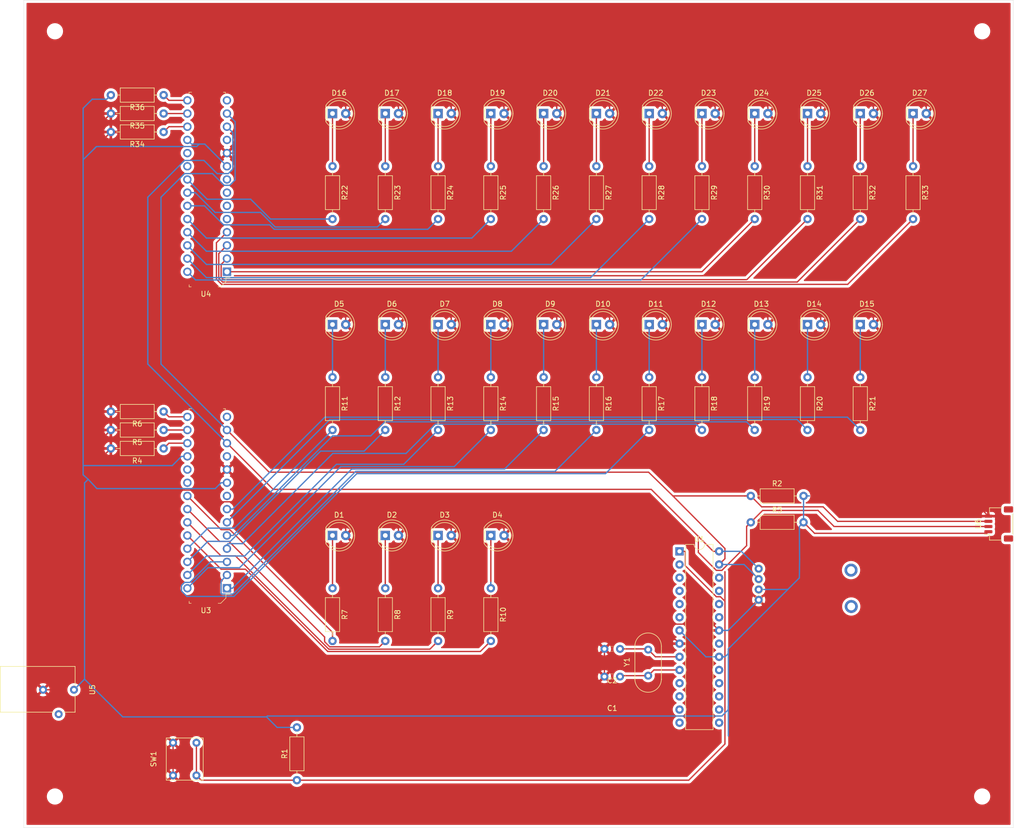
<source format=kicad_pcb>
(kicad_pcb (version 20171130) (host pcbnew "(5.1.5)-3")
  (layers (0 F.Cu signal) (31 B.Cu signal) (34 B.Paste user) (35 F.Paste user) (36 B.SilkS user) (37 F.SilkS user) (38 B.Mask user) (39 F.Mask user) (44 Edge.Cuts user))
  (net 0 "")
  (net 1 GND)
  (net 2 "Net-(C1-Pad1)")
  (net 3 "Net-(C2-Pad1)")
  (net 4 "Net-(D1-Pad1)")
  (net 5 "Net-(D2-Pad1)")
  (net 6 "Net-(D3-Pad1)")
  (net 7 "Net-(D4-Pad1)")
  (net 8 "Net-(D5-Pad1)")
  (net 9 "Net-(D6-Pad1)")
  (net 10 "Net-(D7-Pad1)")
  (net 11 "Net-(D8-Pad1)")
  (net 12 "Net-(D9-Pad1)")
  (net 13 "Net-(D10-Pad1)")
  (net 14 "Net-(D11-Pad1)")
  (net 15 "Net-(D12-Pad1)")
  (net 16 "Net-(D13-Pad1)")
  (net 17 "Net-(D14-Pad1)")
  (net 18 "Net-(D15-Pad1)")
  (net 19 "Net-(D16-Pad1)")
  (net 20 "Net-(D17-Pad1)")
  (net 21 "Net-(D18-Pad1)")
  (net 22 "Net-(D19-Pad1)")
  (net 23 "Net-(D20-Pad1)")
  (net 24 "Net-(D21-Pad1)")
  (net 25 "Net-(D22-Pad1)")
  (net 26 "Net-(D23-Pad1)")
  (net 27 "Net-(D24-Pad1)")
  (net 28 "Net-(D25-Pad1)")
  (net 29 "Net-(D26-Pad1)")
  (net 30 "Net-(D27-Pad1)")
  (net 31 +5V)
  (net 32 "Net-(R1-Pad1)")
  (net 33 "/clock minute/SDA")
  (net 34 "/clock minute/SCL")
  (net 35 "Net-(R4-Pad1)")
  (net 36 "Net-(R5-Pad1)")
  (net 37 "Net-(R6-Pad1)")
  (net 38 "Net-(R7-Pad2)")
  (net 39 "Net-(R8-Pad2)")
  (net 40 "Net-(R9-Pad2)")
  (net 41 "Net-(R10-Pad2)")
  (net 42 "Net-(R11-Pad2)")
  (net 43 "Net-(R12-Pad2)")
  (net 44 "Net-(R13-Pad2)")
  (net 45 "Net-(R14-Pad2)")
  (net 46 GPB0)
  (net 47 GPB1)
  (net 48 GPB2)
  (net 49 GPB3)
  (net 50 GPB4)
  (net 51 GPB5)
  (net 52 GPB6)
  (net 53 "Net-(R22-Pad2)")
  (net 54 "Net-(R23-Pad2)")
  (net 55 "Net-(R24-Pad2)")
  (net 56 "Net-(R25-Pad2)")
  (net 57 "Net-(R26-Pad2)")
  (net 58 "Net-(R27-Pad2)")
  (net 59 "Net-(R28-Pad2)")
  (net 60 "Net-(R29-Pad2)")
  (net 61 "Net-(U1-Pad14)")
  (net 62 "Net-(U1-Pad13)")
  (net 63 "Net-(U1-Pad26)")
  (net 64 "Net-(U1-Pad12)")
  (net 65 "Net-(U1-Pad25)")
  (net 66 "Net-(U1-Pad11)")
  (net 67 "Net-(U1-Pad24)")
  (net 68 "Net-(U1-Pad23)")
  (net 69 "Net-(U1-Pad21)")
  (net 70 "Net-(U1-Pad6)")
  (net 71 "Net-(U1-Pad19)")
  (net 72 "Net-(U1-Pad5)")
  (net 73 "Net-(U1-Pad18)")
  (net 74 "Net-(U1-Pad4)")
  (net 75 "Net-(U1-Pad17)")
  (net 76 "Net-(U1-Pad3)")
  (net 77 "Net-(U1-Pad16)")
  (net 78 "Net-(U1-Pad2)")
  (net 79 "Net-(U1-Pad15)")
  (net 80 "Net-(U3-Pad20)")
  (net 81 "Net-(U3-Pad19)")
  (net 82 "Net-(U3-Pad14)")
  (net 83 "Net-(U3-Pad11)")
  (net 84 "Net-(U3-Pad8)")
  (net 85 "Net-(U4-Pad20)")
  (net 86 "Net-(U4-Pad19)")
  (net 87 "Net-(U4-Pad14)")
  (net 88 "Net-(U4-Pad11)")
  (net 89 "Net-(U4-Pad8)")
  (net 90 "Net-(U4-Pad7)")
  (net 91 "Net-(U4-Pad6)")
  (net 92 "Net-(U4-Pad5)")
  (net 93 "Net-(R34-Pad1)")
  (net 94 "Net-(R35-Pad1)")
  (net 95 "Net-(R36-Pad1)")
  (net 96 HGPB0)
  (net 97 HGPB1)
  (net 98 HGPB2)
  (net 99 HGPB3)
  (module Connector_JST:JST_SH_SM04B-SRSS-TB_1x04-1MP_P1.00mm_Horizontal (layer F.Cu) (at 225.8 113.6 90)
    (fp_text reference U6 (at 0 -3.98 90) (layer F.SilkS))
    (fp_text value JST4pin)
    (pad MP smd roundrect (at 2.8 1.875 90) (size 1.2 1.8) (layers F.Cu F.Paste F.Mask) (roundrect_rratio 0.208333))
    (pad MP smd roundrect (at -2.8 1.875 90) (size 1.2 1.8) (layers F.Cu F.Paste F.Mask) (roundrect_rratio 0.208333))
    (pad 4 smd roundrect (at 1.5 -2 90) (size 0.6 1.55) (layers F.Cu F.Paste F.Mask) (net 1 GND))
    (pad 3 smd roundrect (at 0.5 -2 90) (size 0.6 1.55) (layers F.Cu F.Paste F.Mask) (net 33 "/clock minute/SDA"))
    (pad 2 smd roundrect (at -0.5 -2 90) (size 0.6 1.55) (layers F.Cu F.Paste F.Mask) (net 34 "/clock minute/SCL"))
    (pad 1 smd roundrect (at -1.5 -2 90) (size 0.6 1.55) (layers F.Cu F.Paste F.Mask) (net 31 +5V))
  )
  (module MountingHole:MountingHole_2.1mm (layer F.Cu) (at 44.1 166.1)
    (fp_text reference REF** hide)
    (fp_text value MountingHole_2.1mm)
    (pad "" np_thru_hole circle (at 0 0) (size 2.1 2.1) (drill 2.1) (layers *.Cu *.Mask))
  )
  (module MountingHole:MountingHole_2.1mm (layer F.Cu) (at 44.1 18.7)
    (fp_text reference REF** hide)
    (fp_text value MountingHole_2.1mm)
    (pad "" np_thru_hole circle (at 0 0) (size 2.1 2.1) (drill 2.1) (layers *.Cu *.Mask))
  )
  (module MountingHole:MountingHole_2.1mm (layer F.Cu) (at 222.6 166.1)
    (fp_text reference REF** hide)
    (fp_text value MountingHole_2.1mm)
    (pad "" np_thru_hole circle (at 0 0) (size 2.1 2.1) (drill 2.1) (layers *.Cu *.Mask))
  )
  (module MountingHole:MountingHole_2.1mm (layer F.Cu) (at 197.4 129.5)
    (fp_text reference REF** hide)
    (fp_text value MountingHole_2.1mm)
    (pad "" np_thru_hole circle (at 0 0) (size 2.5 2.5) (drill 1.5) (layers *.Cu *.Mask))
  )
  (module MountingHole:MountingHole_2.1mm (layer F.Cu) (at 197.358 122.5)
    (fp_text reference REF** hide)
    (fp_text value MountingHole_2.1mm)
    (pad "" np_thru_hole circle (at 0 0) (size 2.5 2.5) (drill 1.5) (layers *.Cu *.Mask))
  )
  (module MountingHole:MountingHole_2.1mm (layer F.Cu) (at 222.6 18.7)
    (fp_text reference REF** hide)
    (fp_text value MountingHole_2.1mm)
    (pad "" np_thru_hole circle (at 0 0) (size 2.1 2.1) (drill 2.1) (layers *.Cu *.Mask))
  )
  (module Personal:DS3231 (layer F.Cu) (at 179.578 125.222)
    (fp_text reference U2 hide)
    (fp_text value DS3231MZ)
    (pad 5 thru_hole circle (at 0 3) (size 1.524 1.524) (drill 0.762) (layers *.Cu *.Mask) (net 1 GND))
    (pad 2 thru_hole circle (at 0 1) (size 1.524 1.524) (drill 0.762) (layers *.Cu *.Mask) (net 31 +5V))
    (pad 7 thru_hole circle (at 0 -1) (size 1.524 1.524) (drill 0.762) (layers *.Cu *.Mask) (net 33 "/clock minute/SDA"))
    (pad 8 thru_hole circle (at 0 -3) (size 1.524 1.524) (drill 0.762) (layers *.Cu *.Mask) (net 34 "/clock minute/SCL"))
  )
  (module Package_DIP:DIP-28_W7.62mm (layer F.Cu) (at 164.338 118.872)
    (fp_text reference U1 (at 3.81 -2.33) (layer F.SilkS))
    (fp_text value ATmega328P-PU)
    (pad 1 thru_hole rect (at 0 0) (size 1.6 1.6) (drill 0.8) (layers *.Cu *.Mask) (net 32 "Net-(R1-Pad1)"))
    (pad 15 thru_hole oval (at 7.62 33.02) (size 1.6 1.6) (drill 0.8) (layers *.Cu *.Mask) (net 79 "Net-(U1-Pad15)"))
    (pad 2 thru_hole oval (at 0 2.54) (size 1.6 1.6) (drill 0.8) (layers *.Cu *.Mask) (net 78 "Net-(U1-Pad2)"))
    (pad 16 thru_hole oval (at 7.62 30.48) (size 1.6 1.6) (drill 0.8) (layers *.Cu *.Mask) (net 77 "Net-(U1-Pad16)"))
    (pad 3 thru_hole oval (at 0 5.08) (size 1.6 1.6) (drill 0.8) (layers *.Cu *.Mask) (net 76 "Net-(U1-Pad3)"))
    (pad 17 thru_hole oval (at 7.62 27.94) (size 1.6 1.6) (drill 0.8) (layers *.Cu *.Mask) (net 75 "Net-(U1-Pad17)"))
    (pad 4 thru_hole oval (at 0 7.62) (size 1.6 1.6) (drill 0.8) (layers *.Cu *.Mask) (net 74 "Net-(U1-Pad4)"))
    (pad 18 thru_hole oval (at 7.62 25.4) (size 1.6 1.6) (drill 0.8) (layers *.Cu *.Mask) (net 73 "Net-(U1-Pad18)"))
    (pad 5 thru_hole oval (at 0 10.16) (size 1.6 1.6) (drill 0.8) (layers *.Cu *.Mask) (net 72 "Net-(U1-Pad5)"))
    (pad 19 thru_hole oval (at 7.62 22.86) (size 1.6 1.6) (drill 0.8) (layers *.Cu *.Mask) (net 71 "Net-(U1-Pad19)"))
    (pad 6 thru_hole oval (at 0 12.7) (size 1.6 1.6) (drill 0.8) (layers *.Cu *.Mask) (net 70 "Net-(U1-Pad6)"))
    (pad 20 thru_hole oval (at 7.62 20.32) (size 1.6 1.6) (drill 0.8) (layers *.Cu *.Mask) (net 31 +5V))
    (pad 7 thru_hole oval (at 0 15.24) (size 1.6 1.6) (drill 0.8) (layers *.Cu *.Mask) (net 31 +5V))
    (pad 21 thru_hole oval (at 7.62 17.78) (size 1.6 1.6) (drill 0.8) (layers *.Cu *.Mask) (net 69 "Net-(U1-Pad21)"))
    (pad 8 thru_hole oval (at 0 17.78) (size 1.6 1.6) (drill 0.8) (layers *.Cu *.Mask) (net 1 GND))
    (pad 22 thru_hole oval (at 7.62 15.24) (size 1.6 1.6) (drill 0.8) (layers *.Cu *.Mask) (net 1 GND))
    (pad 9 thru_hole oval (at 0 20.32) (size 1.6 1.6) (drill 0.8) (layers *.Cu *.Mask) (net 3 "Net-(C2-Pad1)"))
    (pad 23 thru_hole oval (at 7.62 12.7) (size 1.6 1.6) (drill 0.8) (layers *.Cu *.Mask) (net 68 "Net-(U1-Pad23)"))
    (pad 10 thru_hole oval (at 0 22.86) (size 1.6 1.6) (drill 0.8) (layers *.Cu *.Mask) (net 2 "Net-(C1-Pad1)"))
    (pad 24 thru_hole oval (at 7.62 10.16) (size 1.6 1.6) (drill 0.8) (layers *.Cu *.Mask) (net 67 "Net-(U1-Pad24)"))
    (pad 11 thru_hole oval (at 0 25.4) (size 1.6 1.6) (drill 0.8) (layers *.Cu *.Mask) (net 66 "Net-(U1-Pad11)"))
    (pad 25 thru_hole oval (at 7.62 7.62) (size 1.6 1.6) (drill 0.8) (layers *.Cu *.Mask) (net 65 "Net-(U1-Pad25)"))
    (pad 12 thru_hole oval (at 0 27.94) (size 1.6 1.6) (drill 0.8) (layers *.Cu *.Mask) (net 64 "Net-(U1-Pad12)"))
    (pad 26 thru_hole oval (at 7.62 5.08) (size 1.6 1.6) (drill 0.8) (layers *.Cu *.Mask) (net 63 "Net-(U1-Pad26)"))
    (pad 13 thru_hole oval (at 0 30.48) (size 1.6 1.6) (drill 0.8) (layers *.Cu *.Mask) (net 62 "Net-(U1-Pad13)"))
    (pad 27 thru_hole oval (at 7.62 2.54) (size 1.6 1.6) (drill 0.8) (layers *.Cu *.Mask) (net 33 "/clock minute/SDA"))
    (pad 14 thru_hole oval (at 0 33.02) (size 1.6 1.6) (drill 0.8) (layers *.Cu *.Mask) (net 61 "Net-(U1-Pad14)"))
    (pad 28 thru_hole oval (at 7.62 0) (size 1.6 1.6) (drill 0.8) (layers *.Cu *.Mask) (net 34 "/clock minute/SCL"))
  )
  (module Personal:BarrelJack (layer F.Cu) (at 40.64 145.542 90)
    (fp_text reference U5 (at 0 10.676 90) (layer F.SilkS))
    (fp_text value Barreljack)
    (pad 1 thru_hole circle (at 0 7.126 90) (size 1.524 1.524) (drill 0.762) (layers *.Cu *.Mask) (net 31 +5V))
    (pad 2 thru_hole circle (at 0 1.176 90) (size 1.524 1.524) (drill 0.762) (layers *.Cu *.Mask) (net 1 GND))
    (pad 3 thru_hole circle (at -4.7 4.176 90) (size 1.524 1.524) (drill 0.762) (layers *.Cu *.Mask))
  )
  (module Resistor_THT:R_Axial_DIN0207_L6.3mm_D2.5mm_P10.16mm_Horizontal (layer F.Cu) (at 65.024 30.988 180)
    (fp_text reference R36 (at 5.08 -2.37) (layer F.SilkS))
    (fp_text value 1k)
    (pad 1 thru_hole circle (at 0 0 180) (size 1.6 1.6) (drill 0.8) (layers *.Cu *.Mask) (net 95 "Net-(R36-Pad1)"))
    (pad 2 thru_hole oval (at 10.16 0 180) (size 1.6 1.6) (drill 0.8) (layers *.Cu *.Mask) (net 31 +5V))
  )
  (module Resistor_THT:R_Axial_DIN0207_L6.3mm_D2.5mm_P10.16mm_Horizontal (layer F.Cu) (at 65.024 34.544 180)
    (fp_text reference R35 (at 5.08 -2.37) (layer F.SilkS))
    (fp_text value 1k)
    (pad 1 thru_hole circle (at 0 0 180) (size 1.6 1.6) (drill 0.8) (layers *.Cu *.Mask) (net 94 "Net-(R35-Pad1)"))
    (pad 2 thru_hole oval (at 10.16 0 180) (size 1.6 1.6) (drill 0.8) (layers *.Cu *.Mask) (net 1 GND))
  )
  (module Resistor_THT:R_Axial_DIN0207_L6.3mm_D2.5mm_P10.16mm_Horizontal (layer F.Cu) (at 65.024 38.1 180)
    (fp_text reference R34 (at 5.08 -2.37) (layer F.SilkS))
    (fp_text value 1k)
    (pad 1 thru_hole circle (at 0 0 180) (size 1.6 1.6) (drill 0.8) (layers *.Cu *.Mask) (net 93 "Net-(R34-Pad1)"))
    (pad 2 thru_hole oval (at 10.16 0 180) (size 1.6 1.6) (drill 0.8) (layers *.Cu *.Mask) (net 1 GND))
  )
  (module Personal:Crystal (layer F.Cu) (at 157.988 140.208 270)
    (fp_text reference Y1 (at 0 3.78 90) (layer F.SilkS))
    (fp_text value Crystal)
    (pad 1 thru_hole circle (at 2.622 -0.318 270) (size 1.524 1.524) (drill 0.762) (layers *.Cu *.Mask) (net 2 "Net-(C1-Pad1)"))
    (pad 2 thru_hole circle (at -2.406 -0.318 270) (size 1.524 1.524) (drill 0.762) (layers *.Cu *.Mask) (net 3 "Net-(C2-Pad1)"))
  )
  (module digikey-footprints:DIP-28_W7.62mm (layer F.Cu) (at 77.216 65.024 180)
    (fp_text reference U4 (at 4.05 -4.28) (layer F.SilkS))
    (fp_text value MCP23017-E_SP)
    (pad 1 thru_hole rect (at 0 0 180) (size 1.6 1.6) (drill 1) (layers *.Cu *.Mask) (net 96 HGPB0))
    (pad 2 thru_hole circle (at 0 2.54 180) (size 1.6 1.6) (drill 1) (layers *.Cu *.Mask) (net 97 HGPB1))
    (pad 3 thru_hole circle (at 0 5.08 180) (size 1.6 1.6) (drill 1) (layers *.Cu *.Mask) (net 98 HGPB2))
    (pad 4 thru_hole circle (at 0 7.62 180) (size 1.6 1.6) (drill 1) (layers *.Cu *.Mask) (net 99 HGPB3))
    (pad 5 thru_hole circle (at 0 10.16 180) (size 1.6 1.6) (drill 1) (layers *.Cu *.Mask) (net 92 "Net-(U4-Pad5)"))
    (pad 6 thru_hole circle (at 0 12.7 180) (size 1.6 1.6) (drill 1) (layers *.Cu *.Mask) (net 91 "Net-(U4-Pad6)"))
    (pad 7 thru_hole circle (at 0 15.24 180) (size 1.6 1.6) (drill 1) (layers *.Cu *.Mask) (net 90 "Net-(U4-Pad7)"))
    (pad 8 thru_hole circle (at 0 17.78 180) (size 1.6 1.6) (drill 1) (layers *.Cu *.Mask) (net 89 "Net-(U4-Pad8)"))
    (pad 9 thru_hole circle (at 0 20.32 180) (size 1.6 1.6) (drill 1) (layers *.Cu *.Mask) (net 31 +5V))
    (pad 10 thru_hole circle (at 0 22.86 180) (size 1.6 1.6) (drill 1) (layers *.Cu *.Mask) (net 1 GND))
    (pad 11 thru_hole circle (at 0 25.4 180) (size 1.6 1.6) (drill 1) (layers *.Cu *.Mask) (net 88 "Net-(U4-Pad11)"))
    (pad 12 thru_hole circle (at 0 27.94 180) (size 1.6 1.6) (drill 1) (layers *.Cu *.Mask) (net 34 "/clock minute/SCL"))
    (pad 13 thru_hole circle (at 0 30.48 180) (size 1.6 1.6) (drill 1) (layers *.Cu *.Mask) (net 33 "/clock minute/SDA"))
    (pad 14 thru_hole circle (at 0 33.02 180) (size 1.6 1.6) (drill 1) (layers *.Cu *.Mask) (net 87 "Net-(U4-Pad14)"))
    (pad 15 thru_hole circle (at 7.62 33.02 180) (size 1.6 1.6) (drill 1) (layers *.Cu *.Mask) (net 95 "Net-(R36-Pad1)"))
    (pad 16 thru_hole circle (at 7.62 30.48 180) (size 1.6 1.6) (drill 1) (layers *.Cu *.Mask) (net 94 "Net-(R35-Pad1)"))
    (pad 17 thru_hole circle (at 7.62 27.94 180) (size 1.6 1.6) (drill 1) (layers *.Cu *.Mask) (net 93 "Net-(R34-Pad1)"))
    (pad 18 thru_hole circle (at 7.62 25.4 180) (size 1.6 1.6) (drill 1) (layers *.Cu *.Mask) (net 31 +5V))
    (pad 19 thru_hole circle (at 7.62 22.86 180) (size 1.6 1.6) (drill 1) (layers *.Cu *.Mask) (net 86 "Net-(U4-Pad19)"))
    (pad 20 thru_hole circle (at 7.62 20.32 180) (size 1.6 1.6) (drill 1) (layers *.Cu *.Mask) (net 85 "Net-(U4-Pad20)"))
    (pad 21 thru_hole circle (at 7.62 17.78 180) (size 1.6 1.6) (drill 1) (layers *.Cu *.Mask) (net 53 "Net-(R22-Pad2)"))
    (pad 22 thru_hole circle (at 7.62 15.24 180) (size 1.6 1.6) (drill 1) (layers *.Cu *.Mask) (net 54 "Net-(R23-Pad2)"))
    (pad 23 thru_hole circle (at 7.62 12.7 180) (size 1.6 1.6) (drill 1) (layers *.Cu *.Mask) (net 55 "Net-(R24-Pad2)"))
    (pad 24 thru_hole circle (at 7.62 10.16 180) (size 1.6 1.6) (drill 1) (layers *.Cu *.Mask) (net 56 "Net-(R25-Pad2)"))
    (pad 25 thru_hole circle (at 7.62 7.62 180) (size 1.6 1.6) (drill 1) (layers *.Cu *.Mask) (net 57 "Net-(R26-Pad2)"))
    (pad 26 thru_hole circle (at 7.62 5.08 180) (size 1.6 1.6) (drill 1) (layers *.Cu *.Mask) (net 58 "Net-(R27-Pad2)"))
    (pad 27 thru_hole circle (at 7.62 2.54 180) (size 1.6 1.6) (drill 1) (layers *.Cu *.Mask) (net 59 "Net-(R28-Pad2)"))
    (pad 28 thru_hole circle (at 7.62 0 180) (size 1.6 1.6) (drill 1) (layers *.Cu *.Mask) (net 60 "Net-(R29-Pad2)"))
  )
  (module digikey-footprints:DIP-28_W7.62mm (layer F.Cu) (at 77.216 125.984 180)
    (fp_text reference U3 (at 4.05 -4.28) (layer F.SilkS))
    (fp_text value MCP23017-E_SP)
    (pad 1 thru_hole rect (at 0 0 180) (size 1.6 1.6) (drill 1) (layers *.Cu *.Mask) (net 46 GPB0))
    (pad 2 thru_hole circle (at 0 2.54 180) (size 1.6 1.6) (drill 1) (layers *.Cu *.Mask) (net 47 GPB1))
    (pad 3 thru_hole circle (at 0 5.08 180) (size 1.6 1.6) (drill 1) (layers *.Cu *.Mask) (net 48 GPB2))
    (pad 4 thru_hole circle (at 0 7.62 180) (size 1.6 1.6) (drill 1) (layers *.Cu *.Mask) (net 49 GPB3))
    (pad 5 thru_hole circle (at 0 10.16 180) (size 1.6 1.6) (drill 1) (layers *.Cu *.Mask) (net 50 GPB4))
    (pad 6 thru_hole circle (at 0 12.7 180) (size 1.6 1.6) (drill 1) (layers *.Cu *.Mask) (net 51 GPB5))
    (pad 7 thru_hole circle (at 0 15.24 180) (size 1.6 1.6) (drill 1) (layers *.Cu *.Mask) (net 52 GPB6))
    (pad 8 thru_hole circle (at 0 17.78 180) (size 1.6 1.6) (drill 1) (layers *.Cu *.Mask) (net 84 "Net-(U3-Pad8)"))
    (pad 9 thru_hole circle (at 0 20.32 180) (size 1.6 1.6) (drill 1) (layers *.Cu *.Mask) (net 31 +5V))
    (pad 10 thru_hole circle (at 0 22.86 180) (size 1.6 1.6) (drill 1) (layers *.Cu *.Mask) (net 1 GND))
    (pad 11 thru_hole circle (at 0 25.4 180) (size 1.6 1.6) (drill 1) (layers *.Cu *.Mask) (net 83 "Net-(U3-Pad11)"))
    (pad 12 thru_hole circle (at 0 27.94 180) (size 1.6 1.6) (drill 1) (layers *.Cu *.Mask) (net 34 "/clock minute/SCL"))
    (pad 13 thru_hole circle (at 0 30.48 180) (size 1.6 1.6) (drill 1) (layers *.Cu *.Mask) (net 33 "/clock minute/SDA"))
    (pad 14 thru_hole circle (at 0 33.02 180) (size 1.6 1.6) (drill 1) (layers *.Cu *.Mask) (net 82 "Net-(U3-Pad14)"))
    (pad 15 thru_hole circle (at 7.62 33.02 180) (size 1.6 1.6) (drill 1) (layers *.Cu *.Mask) (net 37 "Net-(R6-Pad1)"))
    (pad 16 thru_hole circle (at 7.62 30.48 180) (size 1.6 1.6) (drill 1) (layers *.Cu *.Mask) (net 36 "Net-(R5-Pad1)"))
    (pad 17 thru_hole circle (at 7.62 27.94 180) (size 1.6 1.6) (drill 1) (layers *.Cu *.Mask) (net 35 "Net-(R4-Pad1)"))
    (pad 18 thru_hole circle (at 7.62 25.4 180) (size 1.6 1.6) (drill 1) (layers *.Cu *.Mask) (net 31 +5V))
    (pad 19 thru_hole circle (at 7.62 22.86 180) (size 1.6 1.6) (drill 1) (layers *.Cu *.Mask) (net 81 "Net-(U3-Pad19)"))
    (pad 20 thru_hole circle (at 7.62 20.32 180) (size 1.6 1.6) (drill 1) (layers *.Cu *.Mask) (net 80 "Net-(U3-Pad20)"))
    (pad 21 thru_hole circle (at 7.62 17.78 180) (size 1.6 1.6) (drill 1) (layers *.Cu *.Mask) (net 38 "Net-(R7-Pad2)"))
    (pad 22 thru_hole circle (at 7.62 15.24 180) (size 1.6 1.6) (drill 1) (layers *.Cu *.Mask) (net 39 "Net-(R8-Pad2)"))
    (pad 23 thru_hole circle (at 7.62 12.7 180) (size 1.6 1.6) (drill 1) (layers *.Cu *.Mask) (net 40 "Net-(R9-Pad2)"))
    (pad 24 thru_hole circle (at 7.62 10.16 180) (size 1.6 1.6) (drill 1) (layers *.Cu *.Mask) (net 41 "Net-(R10-Pad2)"))
    (pad 25 thru_hole circle (at 7.62 7.62 180) (size 1.6 1.6) (drill 1) (layers *.Cu *.Mask) (net 42 "Net-(R11-Pad2)"))
    (pad 26 thru_hole circle (at 7.62 5.08 180) (size 1.6 1.6) (drill 1) (layers *.Cu *.Mask) (net 43 "Net-(R12-Pad2)"))
    (pad 27 thru_hole circle (at 7.62 2.54 180) (size 1.6 1.6) (drill 1) (layers *.Cu *.Mask) (net 44 "Net-(R13-Pad2)"))
    (pad 28 thru_hole circle (at 7.62 0 180) (size 1.6 1.6) (drill 1) (layers *.Cu *.Mask) (net 45 "Net-(R14-Pad2)"))
  )
  (module Personal:Pushbutton (layer F.Cu) (at 69.088 158.892 270)
    (fp_text reference SW1 (at 0 6 90) (layer F.SilkS))
    (fp_text value SW_Push_Dual)
    (pad 1 thru_hole circle (at 3.15 -2.25 270) (size 1.524 1.524) (drill 0.762) (layers *.Cu *.Mask) (net 32 "Net-(R1-Pad1)"))
    (pad 2 thru_hole circle (at 3.15 2.25 270) (size 1.524 1.524) (drill 0.762) (layers *.Cu *.Mask) (net 1 GND))
    (pad 3 thru_hole circle (at -3.15 -2.25 270) (size 1.524 1.524) (drill 0.762) (layers *.Cu *.Mask) (net 32 "Net-(R1-Pad1)"))
    (pad 4 thru_hole circle (at -3.15 2.25 270) (size 1.524 1.524) (drill 0.762) (layers *.Cu *.Mask) (net 1 GND))
  )
  (module Resistor_THT:R_Axial_DIN0207_L6.3mm_D2.5mm_P10.16mm_Horizontal (layer F.Cu) (at 209.296 44.704 270)
    (fp_text reference R33 (at 5.08 -2.37 90) (layer F.SilkS))
    (fp_text value 1k)
    (pad 1 thru_hole circle (at 0 0 270) (size 1.6 1.6) (drill 0.8) (layers *.Cu *.Mask) (net 30 "Net-(D27-Pad1)"))
    (pad 2 thru_hole oval (at 10.16 0 270) (size 1.6 1.6) (drill 0.8) (layers *.Cu *.Mask) (net 99 HGPB3))
  )
  (module Resistor_THT:R_Axial_DIN0207_L6.3mm_D2.5mm_P10.16mm_Horizontal (layer F.Cu) (at 199.136 44.704 270)
    (fp_text reference R32 (at 5.08 -2.37 90) (layer F.SilkS))
    (fp_text value 1k)
    (pad 1 thru_hole circle (at 0 0 270) (size 1.6 1.6) (drill 0.8) (layers *.Cu *.Mask) (net 29 "Net-(D26-Pad1)"))
    (pad 2 thru_hole oval (at 10.16 0 270) (size 1.6 1.6) (drill 0.8) (layers *.Cu *.Mask) (net 98 HGPB2))
  )
  (module Resistor_THT:R_Axial_DIN0207_L6.3mm_D2.5mm_P10.16mm_Horizontal (layer F.Cu) (at 188.976 44.704 270)
    (fp_text reference R31 (at 5.08 -2.37 90) (layer F.SilkS))
    (fp_text value 1k)
    (pad 1 thru_hole circle (at 0 0 270) (size 1.6 1.6) (drill 0.8) (layers *.Cu *.Mask) (net 28 "Net-(D25-Pad1)"))
    (pad 2 thru_hole oval (at 10.16 0 270) (size 1.6 1.6) (drill 0.8) (layers *.Cu *.Mask) (net 97 HGPB1))
  )
  (module Resistor_THT:R_Axial_DIN0207_L6.3mm_D2.5mm_P10.16mm_Horizontal (layer F.Cu) (at 178.816 44.704 270)
    (fp_text reference R30 (at 5.08 -2.37 90) (layer F.SilkS))
    (fp_text value 1k)
    (pad 1 thru_hole circle (at 0 0 270) (size 1.6 1.6) (drill 0.8) (layers *.Cu *.Mask) (net 27 "Net-(D24-Pad1)"))
    (pad 2 thru_hole oval (at 10.16 0 270) (size 1.6 1.6) (drill 0.8) (layers *.Cu *.Mask) (net 96 HGPB0))
  )
  (module Resistor_THT:R_Axial_DIN0207_L6.3mm_D2.5mm_P10.16mm_Horizontal (layer F.Cu) (at 168.656 44.704 270)
    (fp_text reference R29 (at 5.08 -2.37 90) (layer F.SilkS))
    (fp_text value 1k)
    (pad 1 thru_hole circle (at 0 0 270) (size 1.6 1.6) (drill 0.8) (layers *.Cu *.Mask) (net 26 "Net-(D23-Pad1)"))
    (pad 2 thru_hole oval (at 10.16 0 270) (size 1.6 1.6) (drill 0.8) (layers *.Cu *.Mask) (net 60 "Net-(R29-Pad2)"))
  )
  (module Resistor_THT:R_Axial_DIN0207_L6.3mm_D2.5mm_P10.16mm_Horizontal (layer F.Cu) (at 158.496 44.704 270)
    (fp_text reference R28 (at 5.08 -2.37 90) (layer F.SilkS))
    (fp_text value 1k)
    (pad 1 thru_hole circle (at 0 0 270) (size 1.6 1.6) (drill 0.8) (layers *.Cu *.Mask) (net 25 "Net-(D22-Pad1)"))
    (pad 2 thru_hole oval (at 10.16 0 270) (size 1.6 1.6) (drill 0.8) (layers *.Cu *.Mask) (net 59 "Net-(R28-Pad2)"))
  )
  (module Resistor_THT:R_Axial_DIN0207_L6.3mm_D2.5mm_P10.16mm_Horizontal (layer F.Cu) (at 148.336 44.704 270)
    (fp_text reference R27 (at 5.08 -2.37 90) (layer F.SilkS))
    (fp_text value 1k)
    (pad 1 thru_hole circle (at 0 0 270) (size 1.6 1.6) (drill 0.8) (layers *.Cu *.Mask) (net 24 "Net-(D21-Pad1)"))
    (pad 2 thru_hole oval (at 10.16 0 270) (size 1.6 1.6) (drill 0.8) (layers *.Cu *.Mask) (net 58 "Net-(R27-Pad2)"))
  )
  (module Resistor_THT:R_Axial_DIN0207_L6.3mm_D2.5mm_P10.16mm_Horizontal (layer F.Cu) (at 138.176 44.704 270)
    (fp_text reference R26 (at 5.08 -2.37 90) (layer F.SilkS))
    (fp_text value 1k)
    (pad 1 thru_hole circle (at 0 0 270) (size 1.6 1.6) (drill 0.8) (layers *.Cu *.Mask) (net 23 "Net-(D20-Pad1)"))
    (pad 2 thru_hole oval (at 10.16 0 270) (size 1.6 1.6) (drill 0.8) (layers *.Cu *.Mask) (net 57 "Net-(R26-Pad2)"))
  )
  (module Resistor_THT:R_Axial_DIN0207_L6.3mm_D2.5mm_P10.16mm_Horizontal (layer F.Cu) (at 128.016 44.704 270)
    (fp_text reference R25 (at 5.08 -2.37 90) (layer F.SilkS))
    (fp_text value 1k)
    (pad 1 thru_hole circle (at 0 0 270) (size 1.6 1.6) (drill 0.8) (layers *.Cu *.Mask) (net 22 "Net-(D19-Pad1)"))
    (pad 2 thru_hole oval (at 10.16 0 270) (size 1.6 1.6) (drill 0.8) (layers *.Cu *.Mask) (net 56 "Net-(R25-Pad2)"))
  )
  (module Resistor_THT:R_Axial_DIN0207_L6.3mm_D2.5mm_P10.16mm_Horizontal (layer F.Cu) (at 117.856 44.704 270)
    (fp_text reference R24 (at 5.08 -2.37 90) (layer F.SilkS))
    (fp_text value 1k)
    (pad 1 thru_hole circle (at 0 0 270) (size 1.6 1.6) (drill 0.8) (layers *.Cu *.Mask) (net 21 "Net-(D18-Pad1)"))
    (pad 2 thru_hole oval (at 10.16 0 270) (size 1.6 1.6) (drill 0.8) (layers *.Cu *.Mask) (net 55 "Net-(R24-Pad2)"))
  )
  (module Resistor_THT:R_Axial_DIN0207_L6.3mm_D2.5mm_P10.16mm_Horizontal (layer F.Cu) (at 107.696 44.704 270)
    (fp_text reference R23 (at 5.08 -2.37 90) (layer F.SilkS))
    (fp_text value 1k)
    (pad 1 thru_hole circle (at 0 0 270) (size 1.6 1.6) (drill 0.8) (layers *.Cu *.Mask) (net 20 "Net-(D17-Pad1)"))
    (pad 2 thru_hole oval (at 10.16 0 270) (size 1.6 1.6) (drill 0.8) (layers *.Cu *.Mask) (net 54 "Net-(R23-Pad2)"))
  )
  (module Resistor_THT:R_Axial_DIN0207_L6.3mm_D2.5mm_P10.16mm_Horizontal (layer F.Cu) (at 97.536 44.704 270)
    (fp_text reference R22 (at 5.08 -2.37 90) (layer F.SilkS))
    (fp_text value 1k)
    (pad 1 thru_hole circle (at 0 0 270) (size 1.6 1.6) (drill 0.8) (layers *.Cu *.Mask) (net 19 "Net-(D16-Pad1)"))
    (pad 2 thru_hole oval (at 10.16 0 270) (size 1.6 1.6) (drill 0.8) (layers *.Cu *.Mask) (net 53 "Net-(R22-Pad2)"))
  )
  (module Resistor_THT:R_Axial_DIN0207_L6.3mm_D2.5mm_P10.16mm_Horizontal (layer F.Cu) (at 199.136 85.344 270)
    (fp_text reference R21 (at 5.08 -2.37 90) (layer F.SilkS))
    (fp_text value 1k)
    (pad 1 thru_hole circle (at 0 0 270) (size 1.6 1.6) (drill 0.8) (layers *.Cu *.Mask) (net 18 "Net-(D15-Pad1)"))
    (pad 2 thru_hole oval (at 10.16 0 270) (size 1.6 1.6) (drill 0.8) (layers *.Cu *.Mask) (net 52 GPB6))
  )
  (module Resistor_THT:R_Axial_DIN0207_L6.3mm_D2.5mm_P10.16mm_Horizontal (layer F.Cu) (at 188.976 85.344 270)
    (fp_text reference R20 (at 5.08 -2.37 90) (layer F.SilkS))
    (fp_text value 1k)
    (pad 1 thru_hole circle (at 0 0 270) (size 1.6 1.6) (drill 0.8) (layers *.Cu *.Mask) (net 17 "Net-(D14-Pad1)"))
    (pad 2 thru_hole oval (at 10.16 0 270) (size 1.6 1.6) (drill 0.8) (layers *.Cu *.Mask) (net 51 GPB5))
  )
  (module Resistor_THT:R_Axial_DIN0207_L6.3mm_D2.5mm_P10.16mm_Horizontal (layer F.Cu) (at 178.816 85.344 270)
    (fp_text reference R19 (at 5.08 -2.37 90) (layer F.SilkS))
    (fp_text value 1k)
    (pad 1 thru_hole circle (at 0 0 270) (size 1.6 1.6) (drill 0.8) (layers *.Cu *.Mask) (net 16 "Net-(D13-Pad1)"))
    (pad 2 thru_hole oval (at 10.16 0 270) (size 1.6 1.6) (drill 0.8) (layers *.Cu *.Mask) (net 50 GPB4))
  )
  (module Resistor_THT:R_Axial_DIN0207_L6.3mm_D2.5mm_P10.16mm_Horizontal (layer F.Cu) (at 168.656 85.344 270)
    (fp_text reference R18 (at 5.08 -2.37 90) (layer F.SilkS))
    (fp_text value 1k)
    (pad 1 thru_hole circle (at 0 0 270) (size 1.6 1.6) (drill 0.8) (layers *.Cu *.Mask) (net 15 "Net-(D12-Pad1)"))
    (pad 2 thru_hole oval (at 10.16 0 270) (size 1.6 1.6) (drill 0.8) (layers *.Cu *.Mask) (net 49 GPB3))
  )
  (module Resistor_THT:R_Axial_DIN0207_L6.3mm_D2.5mm_P10.16mm_Horizontal (layer F.Cu) (at 158.496 85.344 270)
    (fp_text reference R17 (at 5.08 -2.37 90) (layer F.SilkS))
    (fp_text value 1k)
    (pad 1 thru_hole circle (at 0 0 270) (size 1.6 1.6) (drill 0.8) (layers *.Cu *.Mask) (net 14 "Net-(D11-Pad1)"))
    (pad 2 thru_hole oval (at 10.16 0 270) (size 1.6 1.6) (drill 0.8) (layers *.Cu *.Mask) (net 48 GPB2))
  )
  (module Resistor_THT:R_Axial_DIN0207_L6.3mm_D2.5mm_P10.16mm_Horizontal (layer F.Cu) (at 148.336 85.344 270)
    (fp_text reference R16 (at 5.08 -2.37 90) (layer F.SilkS))
    (fp_text value 1k)
    (pad 1 thru_hole circle (at 0 0 270) (size 1.6 1.6) (drill 0.8) (layers *.Cu *.Mask) (net 13 "Net-(D10-Pad1)"))
    (pad 2 thru_hole oval (at 10.16 0 270) (size 1.6 1.6) (drill 0.8) (layers *.Cu *.Mask) (net 47 GPB1))
  )
  (module Resistor_THT:R_Axial_DIN0207_L6.3mm_D2.5mm_P10.16mm_Horizontal (layer F.Cu) (at 138.176 85.344 270)
    (fp_text reference R15 (at 5.08 -2.37 90) (layer F.SilkS))
    (fp_text value 1k)
    (pad 1 thru_hole circle (at 0 0 270) (size 1.6 1.6) (drill 0.8) (layers *.Cu *.Mask) (net 12 "Net-(D9-Pad1)"))
    (pad 2 thru_hole oval (at 10.16 0 270) (size 1.6 1.6) (drill 0.8) (layers *.Cu *.Mask) (net 46 GPB0))
  )
  (module Resistor_THT:R_Axial_DIN0207_L6.3mm_D2.5mm_P10.16mm_Horizontal (layer F.Cu) (at 128.016 85.344 270)
    (fp_text reference R14 (at 5.08 -2.37 90) (layer F.SilkS))
    (fp_text value 1k)
    (pad 1 thru_hole circle (at 0 0 270) (size 1.6 1.6) (drill 0.8) (layers *.Cu *.Mask) (net 11 "Net-(D8-Pad1)"))
    (pad 2 thru_hole oval (at 10.16 0 270) (size 1.6 1.6) (drill 0.8) (layers *.Cu *.Mask) (net 45 "Net-(R14-Pad2)"))
  )
  (module Resistor_THT:R_Axial_DIN0207_L6.3mm_D2.5mm_P10.16mm_Horizontal (layer F.Cu) (at 117.856 85.344 270)
    (fp_text reference R13 (at 5.08 -2.37 90) (layer F.SilkS))
    (fp_text value 1k)
    (pad 1 thru_hole circle (at 0 0 270) (size 1.6 1.6) (drill 0.8) (layers *.Cu *.Mask) (net 10 "Net-(D7-Pad1)"))
    (pad 2 thru_hole oval (at 10.16 0 270) (size 1.6 1.6) (drill 0.8) (layers *.Cu *.Mask) (net 44 "Net-(R13-Pad2)"))
  )
  (module Resistor_THT:R_Axial_DIN0207_L6.3mm_D2.5mm_P10.16mm_Horizontal (layer F.Cu) (at 107.696 85.344 270)
    (fp_text reference R12 (at 5.08 -2.37 90) (layer F.SilkS))
    (fp_text value 1k)
    (pad 1 thru_hole circle (at 0 0 270) (size 1.6 1.6) (drill 0.8) (layers *.Cu *.Mask) (net 9 "Net-(D6-Pad1)"))
    (pad 2 thru_hole oval (at 10.16 0 270) (size 1.6 1.6) (drill 0.8) (layers *.Cu *.Mask) (net 43 "Net-(R12-Pad2)"))
  )
  (module Resistor_THT:R_Axial_DIN0207_L6.3mm_D2.5mm_P10.16mm_Horizontal (layer F.Cu) (at 97.536 85.344 270)
    (fp_text reference R11 (at 5.08 -2.37 90) (layer F.SilkS))
    (fp_text value 1k)
    (pad 1 thru_hole circle (at 0 0 270) (size 1.6 1.6) (drill 0.8) (layers *.Cu *.Mask) (net 8 "Net-(D5-Pad1)"))
    (pad 2 thru_hole oval (at 10.16 0 270) (size 1.6 1.6) (drill 0.8) (layers *.Cu *.Mask) (net 42 "Net-(R11-Pad2)"))
  )
  (module Resistor_THT:R_Axial_DIN0207_L6.3mm_D2.5mm_P10.16mm_Horizontal (layer F.Cu) (at 128.016 125.984 270)
    (fp_text reference R10 (at 5.08 -2.37 90) (layer F.SilkS))
    (fp_text value 1k)
    (pad 1 thru_hole circle (at 0 0 270) (size 1.6 1.6) (drill 0.8) (layers *.Cu *.Mask) (net 7 "Net-(D4-Pad1)"))
    (pad 2 thru_hole oval (at 10.16 0 270) (size 1.6 1.6) (drill 0.8) (layers *.Cu *.Mask) (net 41 "Net-(R10-Pad2)"))
  )
  (module Resistor_THT:R_Axial_DIN0207_L6.3mm_D2.5mm_P10.16mm_Horizontal (layer F.Cu) (at 117.856 125.984 270)
    (fp_text reference R9 (at 5.08 -2.37 90) (layer F.SilkS))
    (fp_text value 1k)
    (pad 1 thru_hole circle (at 0 0 270) (size 1.6 1.6) (drill 0.8) (layers *.Cu *.Mask) (net 6 "Net-(D3-Pad1)"))
    (pad 2 thru_hole oval (at 10.16 0 270) (size 1.6 1.6) (drill 0.8) (layers *.Cu *.Mask) (net 40 "Net-(R9-Pad2)"))
  )
  (module Resistor_THT:R_Axial_DIN0207_L6.3mm_D2.5mm_P10.16mm_Horizontal (layer F.Cu) (at 107.696 125.984 270)
    (fp_text reference R8 (at 5.08 -2.37 90) (layer F.SilkS))
    (fp_text value 1k)
    (pad 1 thru_hole circle (at 0 0 270) (size 1.6 1.6) (drill 0.8) (layers *.Cu *.Mask) (net 5 "Net-(D2-Pad1)"))
    (pad 2 thru_hole oval (at 10.16 0 270) (size 1.6 1.6) (drill 0.8) (layers *.Cu *.Mask) (net 39 "Net-(R8-Pad2)"))
  )
  (module Resistor_THT:R_Axial_DIN0207_L6.3mm_D2.5mm_P10.16mm_Horizontal (layer F.Cu) (at 97.536 125.984 270)
    (fp_text reference R7 (at 5.08 -2.37 90) (layer F.SilkS))
    (fp_text value 1k)
    (pad 1 thru_hole circle (at 0 0 270) (size 1.6 1.6) (drill 0.8) (layers *.Cu *.Mask) (net 4 "Net-(D1-Pad1)"))
    (pad 2 thru_hole oval (at 10.16 0 270) (size 1.6 1.6) (drill 0.8) (layers *.Cu *.Mask) (net 38 "Net-(R7-Pad2)"))
  )
  (module Resistor_THT:R_Axial_DIN0207_L6.3mm_D2.5mm_P10.16mm_Horizontal (layer F.Cu) (at 65.024 91.948 180)
    (fp_text reference R6 (at 5.08 -2.37) (layer F.SilkS))
    (fp_text value 1k)
    (pad 1 thru_hole circle (at 0 0 180) (size 1.6 1.6) (drill 0.8) (layers *.Cu *.Mask) (net 37 "Net-(R6-Pad1)"))
    (pad 2 thru_hole oval (at 10.16 0 180) (size 1.6 1.6) (drill 0.8) (layers *.Cu *.Mask) (net 1 GND))
  )
  (module Resistor_THT:R_Axial_DIN0207_L6.3mm_D2.5mm_P10.16mm_Horizontal (layer F.Cu) (at 65.024 95.504 180)
    (fp_text reference R5 (at 5.08 -2.37) (layer F.SilkS))
    (fp_text value 1k)
    (pad 1 thru_hole circle (at 0 0 180) (size 1.6 1.6) (drill 0.8) (layers *.Cu *.Mask) (net 36 "Net-(R5-Pad1)"))
    (pad 2 thru_hole oval (at 10.16 0 180) (size 1.6 1.6) (drill 0.8) (layers *.Cu *.Mask) (net 1 GND))
  )
  (module Resistor_THT:R_Axial_DIN0207_L6.3mm_D2.5mm_P10.16mm_Horizontal (layer F.Cu) (at 65.024 99.06 180)
    (fp_text reference R4 (at 5.08 -2.37) (layer F.SilkS))
    (fp_text value 1k)
    (pad 1 thru_hole circle (at 0 0 180) (size 1.6 1.6) (drill 0.8) (layers *.Cu *.Mask) (net 35 "Net-(R4-Pad1)"))
    (pad 2 thru_hole oval (at 10.16 0 180) (size 1.6 1.6) (drill 0.8) (layers *.Cu *.Mask) (net 1 GND))
  )
  (module Resistor_THT:R_Axial_DIN0207_L6.3mm_D2.5mm_P10.16mm_Horizontal (layer F.Cu) (at 178.054 113.284)
    (fp_text reference R3 (at 5.08 -2.37) (layer F.SilkS))
    (fp_text value 4.7k)
    (pad 1 thru_hole circle (at 0 0) (size 1.6 1.6) (drill 0.8) (layers *.Cu *.Mask) (net 34 "/clock minute/SCL"))
    (pad 2 thru_hole oval (at 10.16 0) (size 1.6 1.6) (drill 0.8) (layers *.Cu *.Mask) (net 31 +5V))
  )
  (module Resistor_THT:R_Axial_DIN0207_L6.3mm_D2.5mm_P10.16mm_Horizontal (layer F.Cu) (at 178.054 108.204)
    (fp_text reference R2 (at 5.08 -2.37) (layer F.SilkS))
    (fp_text value 4.7k)
    (pad 1 thru_hole circle (at 0 0) (size 1.6 1.6) (drill 0.8) (layers *.Cu *.Mask) (net 33 "/clock minute/SDA"))
    (pad 2 thru_hole oval (at 10.16 0) (size 1.6 1.6) (drill 0.8) (layers *.Cu *.Mask) (net 31 +5V))
  )
  (module Resistor_THT:R_Axial_DIN0207_L6.3mm_D2.5mm_P10.16mm_Horizontal (layer F.Cu) (at 90.678 162.956 90)
    (fp_text reference R1 (at 5.08 -2.37 90) (layer F.SilkS))
    (fp_text value 1k)
    (pad 1 thru_hole circle (at 0 0 90) (size 1.6 1.6) (drill 0.8) (layers *.Cu *.Mask) (net 32 "Net-(R1-Pad1)"))
    (pad 2 thru_hole oval (at 10.16 0 90) (size 1.6 1.6) (drill 0.8) (layers *.Cu *.Mask) (net 31 +5V))
  )
  (module LED_THT:LED_D5.0mm (layer F.Cu) (at 209.296 34.544)
    (fp_text reference D27 (at 1.27 -3.96) (layer F.SilkS))
    (fp_text value Blue)
    (pad 1 thru_hole rect (at 0 0) (size 1.8 1.8) (drill 0.9) (layers *.Cu *.Mask) (net 30 "Net-(D27-Pad1)"))
    (pad 2 thru_hole circle (at 2.54 0) (size 1.8 1.8) (drill 0.9) (layers *.Cu *.Mask) (net 1 GND))
  )
  (module LED_THT:LED_D5.0mm (layer F.Cu) (at 199.136 34.544)
    (fp_text reference D26 (at 1.27 -3.96) (layer F.SilkS))
    (fp_text value Blue)
    (pad 1 thru_hole rect (at 0 0) (size 1.8 1.8) (drill 0.9) (layers *.Cu *.Mask) (net 29 "Net-(D26-Pad1)"))
    (pad 2 thru_hole circle (at 2.54 0) (size 1.8 1.8) (drill 0.9) (layers *.Cu *.Mask) (net 1 GND))
  )
  (module LED_THT:LED_D5.0mm (layer F.Cu) (at 188.976 34.544)
    (fp_text reference D25 (at 1.27 -3.96) (layer F.SilkS))
    (fp_text value Blue)
    (pad 1 thru_hole rect (at 0 0) (size 1.8 1.8) (drill 0.9) (layers *.Cu *.Mask) (net 28 "Net-(D25-Pad1)"))
    (pad 2 thru_hole circle (at 2.54 0) (size 1.8 1.8) (drill 0.9) (layers *.Cu *.Mask) (net 1 GND))
  )
  (module LED_THT:LED_D5.0mm (layer F.Cu) (at 178.816 34.544)
    (fp_text reference D24 (at 1.27 -3.96) (layer F.SilkS))
    (fp_text value Blue)
    (pad 1 thru_hole rect (at 0 0) (size 1.8 1.8) (drill 0.9) (layers *.Cu *.Mask) (net 27 "Net-(D24-Pad1)"))
    (pad 2 thru_hole circle (at 2.54 0) (size 1.8 1.8) (drill 0.9) (layers *.Cu *.Mask) (net 1 GND))
  )
  (module LED_THT:LED_D5.0mm (layer F.Cu) (at 168.656 34.544)
    (fp_text reference D23 (at 1.27 -3.96) (layer F.SilkS))
    (fp_text value Blue)
    (pad 1 thru_hole rect (at 0 0) (size 1.8 1.8) (drill 0.9) (layers *.Cu *.Mask) (net 26 "Net-(D23-Pad1)"))
    (pad 2 thru_hole circle (at 2.54 0) (size 1.8 1.8) (drill 0.9) (layers *.Cu *.Mask) (net 1 GND))
  )
  (module LED_THT:LED_D5.0mm (layer F.Cu) (at 158.496 34.544)
    (fp_text reference D22 (at 1.27 -3.96) (layer F.SilkS))
    (fp_text value Blue)
    (pad 1 thru_hole rect (at 0 0) (size 1.8 1.8) (drill 0.9) (layers *.Cu *.Mask) (net 25 "Net-(D22-Pad1)"))
    (pad 2 thru_hole circle (at 2.54 0) (size 1.8 1.8) (drill 0.9) (layers *.Cu *.Mask) (net 1 GND))
  )
  (module LED_THT:LED_D5.0mm (layer F.Cu) (at 148.336 34.544)
    (fp_text reference D21 (at 1.27 -3.96) (layer F.SilkS))
    (fp_text value Blue)
    (pad 1 thru_hole rect (at 0 0) (size 1.8 1.8) (drill 0.9) (layers *.Cu *.Mask) (net 24 "Net-(D21-Pad1)"))
    (pad 2 thru_hole circle (at 2.54 0) (size 1.8 1.8) (drill 0.9) (layers *.Cu *.Mask) (net 1 GND))
  )
  (module LED_THT:LED_D5.0mm (layer F.Cu) (at 138.176 34.544)
    (fp_text reference D20 (at 1.27 -3.96) (layer F.SilkS))
    (fp_text value Blue)
    (pad 1 thru_hole rect (at 0 0) (size 1.8 1.8) (drill 0.9) (layers *.Cu *.Mask) (net 23 "Net-(D20-Pad1)"))
    (pad 2 thru_hole circle (at 2.54 0) (size 1.8 1.8) (drill 0.9) (layers *.Cu *.Mask) (net 1 GND))
  )
  (module LED_THT:LED_D5.0mm (layer F.Cu) (at 128.016 34.544)
    (fp_text reference D19 (at 1.27 -3.96) (layer F.SilkS))
    (fp_text value Blue)
    (pad 1 thru_hole rect (at 0 0) (size 1.8 1.8) (drill 0.9) (layers *.Cu *.Mask) (net 22 "Net-(D19-Pad1)"))
    (pad 2 thru_hole circle (at 2.54 0) (size 1.8 1.8) (drill 0.9) (layers *.Cu *.Mask) (net 1 GND))
  )
  (module LED_THT:LED_D5.0mm (layer F.Cu) (at 117.856 34.544)
    (fp_text reference D18 (at 1.27 -3.96) (layer F.SilkS))
    (fp_text value Blue)
    (pad 1 thru_hole rect (at 0 0) (size 1.8 1.8) (drill 0.9) (layers *.Cu *.Mask) (net 21 "Net-(D18-Pad1)"))
    (pad 2 thru_hole circle (at 2.54 0) (size 1.8 1.8) (drill 0.9) (layers *.Cu *.Mask) (net 1 GND))
  )
  (module LED_THT:LED_D5.0mm (layer F.Cu) (at 107.696 34.544)
    (fp_text reference D17 (at 1.27 -3.96) (layer F.SilkS))
    (fp_text value Blue)
    (pad 1 thru_hole rect (at 0 0) (size 1.8 1.8) (drill 0.9) (layers *.Cu *.Mask) (net 20 "Net-(D17-Pad1)"))
    (pad 2 thru_hole circle (at 2.54 0) (size 1.8 1.8) (drill 0.9) (layers *.Cu *.Mask) (net 1 GND))
  )
  (module LED_THT:LED_D5.0mm (layer F.Cu) (at 97.536 34.544)
    (fp_text reference D16 (at 1.27 -3.96) (layer F.SilkS))
    (fp_text value Blue)
    (pad 1 thru_hole rect (at 0 0) (size 1.8 1.8) (drill 0.9) (layers *.Cu *.Mask) (net 19 "Net-(D16-Pad1)"))
    (pad 2 thru_hole circle (at 2.54 0) (size 1.8 1.8) (drill 0.9) (layers *.Cu *.Mask) (net 1 GND))
  )
  (module LED_THT:LED_D5.0mm (layer F.Cu) (at 199.136 75.184)
    (fp_text reference D15 (at 1.27 -3.96) (layer F.SilkS))
    (fp_text value Blue)
    (pad 1 thru_hole rect (at 0 0) (size 1.8 1.8) (drill 0.9) (layers *.Cu *.Mask) (net 18 "Net-(D15-Pad1)"))
    (pad 2 thru_hole circle (at 2.54 0) (size 1.8 1.8) (drill 0.9) (layers *.Cu *.Mask) (net 1 GND))
  )
  (module LED_THT:LED_D5.0mm (layer F.Cu) (at 188.976 75.184)
    (fp_text reference D14 (at 1.27 -3.96) (layer F.SilkS))
    (fp_text value Blue)
    (pad 1 thru_hole rect (at 0 0) (size 1.8 1.8) (drill 0.9) (layers *.Cu *.Mask) (net 17 "Net-(D14-Pad1)"))
    (pad 2 thru_hole circle (at 2.54 0) (size 1.8 1.8) (drill 0.9) (layers *.Cu *.Mask) (net 1 GND))
  )
  (module LED_THT:LED_D5.0mm (layer F.Cu) (at 178.816 75.184)
    (fp_text reference D13 (at 1.27 -3.96) (layer F.SilkS))
    (fp_text value Blue)
    (pad 1 thru_hole rect (at 0 0) (size 1.8 1.8) (drill 0.9) (layers *.Cu *.Mask) (net 16 "Net-(D13-Pad1)"))
    (pad 2 thru_hole circle (at 2.54 0) (size 1.8 1.8) (drill 0.9) (layers *.Cu *.Mask) (net 1 GND))
  )
  (module LED_THT:LED_D5.0mm (layer F.Cu) (at 168.656 75.184)
    (fp_text reference D12 (at 1.27 -3.96) (layer F.SilkS))
    (fp_text value Blue)
    (pad 1 thru_hole rect (at 0 0) (size 1.8 1.8) (drill 0.9) (layers *.Cu *.Mask) (net 15 "Net-(D12-Pad1)"))
    (pad 2 thru_hole circle (at 2.54 0) (size 1.8 1.8) (drill 0.9) (layers *.Cu *.Mask) (net 1 GND))
  )
  (module LED_THT:LED_D5.0mm (layer F.Cu) (at 158.496 75.184)
    (fp_text reference D11 (at 1.27 -3.96) (layer F.SilkS))
    (fp_text value Blue)
    (pad 1 thru_hole rect (at 0 0) (size 1.8 1.8) (drill 0.9) (layers *.Cu *.Mask) (net 14 "Net-(D11-Pad1)"))
    (pad 2 thru_hole circle (at 2.54 0) (size 1.8 1.8) (drill 0.9) (layers *.Cu *.Mask) (net 1 GND))
  )
  (module LED_THT:LED_D5.0mm (layer F.Cu) (at 148.336 75.184)
    (fp_text reference D10 (at 1.27 -3.96) (layer F.SilkS))
    (fp_text value Blue)
    (pad 1 thru_hole rect (at 0 0) (size 1.8 1.8) (drill 0.9) (layers *.Cu *.Mask) (net 13 "Net-(D10-Pad1)"))
    (pad 2 thru_hole circle (at 2.54 0) (size 1.8 1.8) (drill 0.9) (layers *.Cu *.Mask) (net 1 GND))
  )
  (module LED_THT:LED_D5.0mm (layer F.Cu) (at 138.176 75.184)
    (fp_text reference D9 (at 1.27 -3.96) (layer F.SilkS))
    (fp_text value Blue)
    (pad 1 thru_hole rect (at 0 0) (size 1.8 1.8) (drill 0.9) (layers *.Cu *.Mask) (net 12 "Net-(D9-Pad1)"))
    (pad 2 thru_hole circle (at 2.54 0) (size 1.8 1.8) (drill 0.9) (layers *.Cu *.Mask) (net 1 GND))
  )
  (module LED_THT:LED_D5.0mm (layer F.Cu) (at 128.016 75.184)
    (fp_text reference D8 (at 1.27 -3.96) (layer F.SilkS))
    (fp_text value Blue)
    (pad 1 thru_hole rect (at 0 0) (size 1.8 1.8) (drill 0.9) (layers *.Cu *.Mask) (net 11 "Net-(D8-Pad1)"))
    (pad 2 thru_hole circle (at 2.54 0) (size 1.8 1.8) (drill 0.9) (layers *.Cu *.Mask) (net 1 GND))
  )
  (module LED_THT:LED_D5.0mm (layer F.Cu) (at 117.856 75.184)
    (fp_text reference D7 (at 1.27 -3.96) (layer F.SilkS))
    (fp_text value Blue)
    (pad 1 thru_hole rect (at 0 0) (size 1.8 1.8) (drill 0.9) (layers *.Cu *.Mask) (net 10 "Net-(D7-Pad1)"))
    (pad 2 thru_hole circle (at 2.54 0) (size 1.8 1.8) (drill 0.9) (layers *.Cu *.Mask) (net 1 GND))
  )
  (module LED_THT:LED_D5.0mm (layer F.Cu) (at 107.696 75.184)
    (fp_text reference D6 (at 1.27 -3.96) (layer F.SilkS))
    (fp_text value Blue)
    (pad 1 thru_hole rect (at 0 0) (size 1.8 1.8) (drill 0.9) (layers *.Cu *.Mask) (net 9 "Net-(D6-Pad1)"))
    (pad 2 thru_hole circle (at 2.54 0) (size 1.8 1.8) (drill 0.9) (layers *.Cu *.Mask) (net 1 GND))
  )
  (module LED_THT:LED_D5.0mm (layer F.Cu) (at 97.536 75.184)
    (fp_text reference D5 (at 1.27 -3.96) (layer F.SilkS))
    (fp_text value Blue)
    (pad 1 thru_hole rect (at 0 0) (size 1.8 1.8) (drill 0.9) (layers *.Cu *.Mask) (net 8 "Net-(D5-Pad1)"))
    (pad 2 thru_hole circle (at 2.54 0) (size 1.8 1.8) (drill 0.9) (layers *.Cu *.Mask) (net 1 GND))
  )
  (module LED_THT:LED_D5.0mm (layer F.Cu) (at 128.016 115.824)
    (fp_text reference D4 (at 1.27 -3.96) (layer F.SilkS))
    (fp_text value Blue)
    (pad 1 thru_hole rect (at 0 0) (size 1.8 1.8) (drill 0.9) (layers *.Cu *.Mask) (net 7 "Net-(D4-Pad1)"))
    (pad 2 thru_hole circle (at 2.54 0) (size 1.8 1.8) (drill 0.9) (layers *.Cu *.Mask) (net 1 GND))
  )
  (module LED_THT:LED_D5.0mm (layer F.Cu) (at 117.856 115.824)
    (fp_text reference D3 (at 1.27 -3.96) (layer F.SilkS))
    (fp_text value Blue)
    (pad 1 thru_hole rect (at 0 0) (size 1.8 1.8) (drill 0.9) (layers *.Cu *.Mask) (net 6 "Net-(D3-Pad1)"))
    (pad 2 thru_hole circle (at 2.54 0) (size 1.8 1.8) (drill 0.9) (layers *.Cu *.Mask) (net 1 GND))
  )
  (module LED_THT:LED_D5.0mm (layer F.Cu) (at 107.696 115.824)
    (fp_text reference D2 (at 1.27 -3.96) (layer F.SilkS))
    (fp_text value Blue)
    (pad 1 thru_hole rect (at 0 0) (size 1.8 1.8) (drill 0.9) (layers *.Cu *.Mask) (net 5 "Net-(D2-Pad1)"))
    (pad 2 thru_hole circle (at 2.54 0) (size 1.8 1.8) (drill 0.9) (layers *.Cu *.Mask) (net 1 GND))
  )
  (module LED_THT:LED_D5.0mm (layer F.Cu) (at 97.536 115.824)
    (fp_text reference D1 (at 1.27 -3.96) (layer F.SilkS))
    (fp_text value Blue)
    (pad 1 thru_hole rect (at 0 0) (size 1.8 1.8) (drill 0.9) (layers *.Cu *.Mask) (net 4 "Net-(D1-Pad1)"))
    (pad 2 thru_hole circle (at 2.54 0) (size 1.8 1.8) (drill 0.9) (layers *.Cu *.Mask) (net 1 GND))
  )
  (module Personal:Capacitor (layer F.Cu) (at 151.384 137.668)
    (fp_text reference C2 (at 0 6.096) (layer F.SilkS))
    (fp_text value Capacitor)
    (pad 1 thru_hole circle (at 1.5 0) (size 1.524 1.524) (drill 0.762) (layers *.Cu *.Mask) (net 3 "Net-(C2-Pad1)"))
    (pad 2 thru_hole circle (at -1.5 0) (size 1.524 1.524) (drill 0.762) (layers *.Cu *.Mask) (net 1 GND))
  )
  (module Personal:Capacitor (layer F.Cu) (at 151.384 143.002)
    (fp_text reference C1 (at 0 6.096) (layer F.SilkS))
    (fp_text value Capacitor)
    (pad 1 thru_hole circle (at 1.5 0) (size 1.524 1.524) (drill 0.762) (layers *.Cu *.Mask) (net 2 "Net-(C1-Pad1)"))
    (pad 2 thru_hole circle (at -1.5 0) (size 1.524 1.524) (drill 0.762) (layers *.Cu *.Mask) (net 1 GND))
  )
  (gr_line (start 38.1 12.7) (end 228.6 12.7) (layer Edge.Cuts) (width 0.05))
  (gr_line (start 38.1 172.1) (end 38.1 12.7) (layer Edge.Cuts) (width 0.05))
  (gr_line (start 228.6 172.1) (end 38.1 172.1) (layer Edge.Cuts) (width 0.05))
  (gr_line (start 228.6 12.7) (end 228.6 172.1) (layer Edge.Cuts) (width 0.05))
  (segment (start 110.236 34.544) (end 110.236 33.271208) (width 0.25) (layer F.Cu) (net 1))
  (segment (start 171.196 33.271208) (end 164.848792 26.924) (width 0.25) (layer F.Cu) (net 1))
  (segment (start 171.196 34.544) (end 171.196 33.271208) (width 0.25) (layer F.Cu) (net 1))
  (segment (start 201.676 33.271208) (end 195.328792 26.924) (width 0.25) (layer F.Cu) (net 1))
  (segment (start 201.676 34.544) (end 201.676 33.271208) (width 0.25) (layer F.Cu) (net 1))
  (segment (start 120.396 34.544) (end 120.396 33.271208) (width 0.25) (layer F.Cu) (net 1))
  (segment (start 120.396 33.271208) (end 114.048792 26.924) (width 0.25) (layer F.Cu) (net 1))
  (segment (start 130.556 34.544) (end 130.556 33.274) (width 0.25) (layer F.Cu) (net 1))
  (segment (start 130.556 33.274) (end 124.206 26.924) (width 0.25) (layer F.Cu) (net 1))
  (segment (start 140.716 34.544) (end 140.716 33.271208) (width 0.25) (layer F.Cu) (net 1))
  (segment (start 140.716 33.271208) (end 134.368792 26.924) (width 0.25) (layer F.Cu) (net 1))
  (segment (start 150.876 33.271208) (end 144.528792 26.924) (width 0.25) (layer F.Cu) (net 1))
  (segment (start 150.876 34.544) (end 150.876 33.271208) (width 0.25) (layer F.Cu) (net 1))
  (segment (start 161.036 33.271208) (end 154.688792 26.924) (width 0.25) (layer F.Cu) (net 1))
  (segment (start 161.036 34.544) (end 161.036 33.271208) (width 0.25) (layer F.Cu) (net 1))
  (segment (start 191.516 33.271208) (end 185.168792 26.924) (width 0.25) (layer F.Cu) (net 1))
  (segment (start 191.516 34.544) (end 191.516 33.271208) (width 0.25) (layer F.Cu) (net 1))
  (segment (start 185.168792 26.924) (end 185.166 26.924) (width 0.25) (layer F.Cu) (net 1))
  (segment (start 175.008792 26.924) (end 175.006 26.924) (width 0.25) (layer F.Cu) (net 1))
  (segment (start 181.356 34.544) (end 181.356 33.271208) (width 0.25) (layer F.Cu) (net 1))
  (segment (start 181.356 33.271208) (end 175.008792 26.924) (width 0.25) (layer F.Cu) (net 1))
  (segment (start 211.836 34.544) (end 211.836 33.271208) (width 0.25) (layer F.Cu) (net 1))
  (segment (start 211.836 33.271208) (end 205.488792 26.924) (width 0.25) (layer F.Cu) (net 1))
  (segment (start 93.728792 26.924) (end 93.726 26.924) (width 0.25) (layer F.Cu) (net 1))
  (segment (start 100.076 33.271208) (end 93.728792 26.924) (width 0.25) (layer F.Cu) (net 1))
  (segment (start 100.076 34.544) (end 100.076 33.271208) (width 0.25) (layer F.Cu) (net 1))
  (segment (start 110.236 33.271208) (end 110.233208 33.271208) (width 0.25) (layer F.Cu) (net 1))
  (segment (start 53.34 26.924) (end 51.816 28.448) (width 0.25) (layer F.Cu) (net 1))
  (segment (start 77.216 42.164) (end 79.756 42.164) (width 0.25) (layer F.Cu) (net 1))
  (segment (start 79.756 42.164) (end 82.296 39.624) (width 0.25) (layer F.Cu) (net 1))
  (segment (start 93.726 26.924) (end 82.296 26.924) (width 0.25) (layer F.Cu) (net 1))
  (segment (start 82.296 26.924) (end 80.518 26.924) (width 0.25) (layer F.Cu) (net 1))
  (segment (start 51.816 28.448) (end 51.816 30.988) (width 0.25) (layer F.Cu) (net 1))
  (segment (start 51.816 30.988) (end 51.816 34.544) (width 0.25) (layer F.Cu) (net 1))
  (segment (start 100.076 75.184) (end 100.076 73.914) (width 0.25) (layer F.Cu) (net 1))
  (segment (start 100.076 73.914) (end 96.774 70.612) (width 0.25) (layer F.Cu) (net 1))
  (segment (start 201.676 75.184) (end 201.676 73.911208) (width 0.25) (layer F.Cu) (net 1))
  (segment (start 201.676 73.911208) (end 198.376792 70.612) (width 0.25) (layer F.Cu) (net 1))
  (segment (start 198.376792 70.612) (end 198.374 70.612) (width 0.25) (layer F.Cu) (net 1))
  (segment (start 188.216792 70.612) (end 188.214 70.612) (width 0.25) (layer F.Cu) (net 1))
  (segment (start 191.516 73.911208) (end 188.216792 70.612) (width 0.25) (layer F.Cu) (net 1))
  (segment (start 191.516 75.184) (end 191.516 73.911208) (width 0.25) (layer F.Cu) (net 1))
  (segment (start 188.214 70.612) (end 198.374 70.612) (width 0.25) (layer F.Cu) (net 1))
  (segment (start 181.356 73.911208) (end 178.056792 70.612) (width 0.25) (layer F.Cu) (net 1))
  (segment (start 181.356 75.184) (end 181.356 73.911208) (width 0.25) (layer F.Cu) (net 1))
  (segment (start 178.056792 70.612) (end 178.054 70.612) (width 0.25) (layer F.Cu) (net 1))
  (segment (start 178.054 70.612) (end 188.214 70.612) (width 0.25) (layer F.Cu) (net 1))
  (segment (start 171.196 75.184) (end 171.196 73.911208) (width 0.25) (layer F.Cu) (net 1))
  (segment (start 167.896792 70.612) (end 167.894 70.612) (width 0.25) (layer F.Cu) (net 1))
  (segment (start 171.196 73.911208) (end 167.896792 70.612) (width 0.25) (layer F.Cu) (net 1))
  (segment (start 167.894 70.612) (end 178.054 70.612) (width 0.25) (layer F.Cu) (net 1))
  (segment (start 157.736792 70.612) (end 157.734 70.612) (width 0.25) (layer F.Cu) (net 1))
  (segment (start 161.036 73.911208) (end 157.736792 70.612) (width 0.25) (layer F.Cu) (net 1))
  (segment (start 161.036 75.184) (end 161.036 73.911208) (width 0.25) (layer F.Cu) (net 1))
  (segment (start 157.734 70.612) (end 167.894 70.612) (width 0.25) (layer F.Cu) (net 1))
  (segment (start 147.576792 70.612) (end 147.574 70.612) (width 0.25) (layer F.Cu) (net 1))
  (segment (start 150.876 73.911208) (end 147.576792 70.612) (width 0.25) (layer F.Cu) (net 1))
  (segment (start 150.876 75.184) (end 150.876 73.911208) (width 0.25) (layer F.Cu) (net 1))
  (segment (start 147.574 70.612) (end 157.734 70.612) (width 0.25) (layer F.Cu) (net 1))
  (segment (start 137.416792 70.612) (end 137.414 70.612) (width 0.25) (layer F.Cu) (net 1))
  (segment (start 140.716 73.911208) (end 137.416792 70.612) (width 0.25) (layer F.Cu) (net 1))
  (segment (start 140.716 75.184) (end 140.716 73.911208) (width 0.25) (layer F.Cu) (net 1))
  (segment (start 137.414 70.612) (end 147.574 70.612) (width 0.25) (layer F.Cu) (net 1))
  (segment (start 130.556 73.911208) (end 127.256792 70.612) (width 0.25) (layer F.Cu) (net 1))
  (segment (start 130.556 75.184) (end 130.556 73.911208) (width 0.25) (layer F.Cu) (net 1))
  (segment (start 127.256792 70.612) (end 127.254 70.612) (width 0.25) (layer F.Cu) (net 1))
  (segment (start 127.254 70.612) (end 137.414 70.612) (width 0.25) (layer F.Cu) (net 1))
  (segment (start 117.096792 70.612) (end 117.094 70.612) (width 0.25) (layer F.Cu) (net 1))
  (segment (start 120.396 73.911208) (end 117.096792 70.612) (width 0.25) (layer F.Cu) (net 1))
  (segment (start 120.396 75.184) (end 120.396 73.911208) (width 0.25) (layer F.Cu) (net 1))
  (segment (start 117.094 70.612) (end 127.254 70.612) (width 0.25) (layer F.Cu) (net 1))
  (segment (start 110.236 73.911208) (end 106.936792 70.612) (width 0.25) (layer F.Cu) (net 1))
  (segment (start 110.236 75.184) (end 110.236 73.911208) (width 0.25) (layer F.Cu) (net 1))
  (segment (start 106.936792 70.612) (end 106.934 70.612) (width 0.25) (layer F.Cu) (net 1))
  (segment (start 96.774 70.612) (end 106.934 70.612) (width 0.25) (layer F.Cu) (net 1))
  (segment (start 106.934 70.612) (end 117.094 70.612) (width 0.25) (layer F.Cu) (net 1))
  (segment (start 51.816 93.86463) (end 51.816 93.98) (width 0.25) (layer F.Cu) (net 1))
  (segment (start 53.73263 91.948) (end 51.816 93.86463) (width 0.25) (layer F.Cu) (net 1))
  (segment (start 54.864 91.948) (end 53.73263 91.948) (width 0.25) (layer F.Cu) (net 1))
  (segment (start 54.864 95.504) (end 54.064001 96.303999) (width 0.25) (layer F.Cu) (net 1))
  (segment (start 51.816 93.98) (end 51.816 98.552) (width 0.25) (layer F.Cu) (net 1))
  (segment (start 54.064001 96.303999) (end 51.816 98.552) (width 0.25) (layer F.Cu) (net 1))
  (segment (start 54.064001 99.859999) (end 51.816 102.108) (width 0.25) (layer F.Cu) (net 1))
  (segment (start 54.864 99.06) (end 54.064001 99.859999) (width 0.25) (layer F.Cu) (net 1))
  (segment (start 51.816 98.552) (end 51.816 102.108) (width 0.25) (layer F.Cu) (net 1))
  (segment (start 96.774 70.612) (end 54.102 70.612) (width 0.25) (layer F.Cu) (net 1))
  (segment (start 51.816 70.612) (end 51.816 72.898) (width 0.25) (layer F.Cu) (net 1))
  (segment (start 54.102 70.612) (end 51.816 72.898) (width 0.25) (layer F.Cu) (net 1))
  (segment (start 51.816 72.898) (end 51.816 78.486) (width 0.25) (layer F.Cu) (net 1))
  (segment (start 82.296 29.21) (end 80.01 26.924) (width 0.25) (layer F.Cu) (net 1))
  (segment (start 82.296 39.624) (end 82.296 29.21) (width 0.25) (layer F.Cu) (net 1))
  (segment (start 80.518 26.924) (end 80.01 26.924) (width 0.25) (layer F.Cu) (net 1))
  (segment (start 80.01 26.924) (end 53.34 26.924) (width 0.25) (layer F.Cu) (net 1))
  (segment (start 54.064001 38.899999) (end 51.816 41.148) (width 0.25) (layer F.Cu) (net 1))
  (segment (start 54.864 38.1) (end 54.064001 38.899999) (width 0.25) (layer F.Cu) (net 1))
  (segment (start 51.816 38.1) (end 51.816 41.148) (width 0.25) (layer F.Cu) (net 1))
  (segment (start 51.816 41.148) (end 51.816 70.612) (width 0.25) (layer F.Cu) (net 1))
  (segment (start 54.064001 35.343999) (end 51.816 37.592) (width 0.25) (layer F.Cu) (net 1))
  (segment (start 51.816 34.544) (end 51.816 37.592) (width 0.25) (layer F.Cu) (net 1))
  (segment (start 54.864 34.544) (end 54.064001 35.343999) (width 0.25) (layer F.Cu) (net 1))
  (segment (start 51.816 37.592) (end 51.816 38.1) (width 0.25) (layer F.Cu) (net 1))
  (segment (start 130.556 114.551208) (end 127.002792 110.998) (width 0.25) (layer F.Cu) (net 1))
  (segment (start 130.556 115.824) (end 130.556 114.551208) (width 0.25) (layer F.Cu) (net 1))
  (segment (start 116.842792 110.998) (end 116.84 110.998) (width 0.25) (layer F.Cu) (net 1))
  (segment (start 120.396 114.551208) (end 116.842792 110.998) (width 0.25) (layer F.Cu) (net 1))
  (segment (start 120.396 115.824) (end 120.396 114.551208) (width 0.25) (layer F.Cu) (net 1))
  (segment (start 127.002792 110.998) (end 116.84 110.998) (width 0.25) (layer F.Cu) (net 1))
  (segment (start 106.682792 110.998) (end 106.68 110.998) (width 0.25) (layer F.Cu) (net 1))
  (segment (start 110.236 114.551208) (end 106.682792 110.998) (width 0.25) (layer F.Cu) (net 1))
  (segment (start 110.236 115.824) (end 110.236 114.551208) (width 0.25) (layer F.Cu) (net 1))
  (segment (start 116.84 110.998) (end 106.68 110.998) (width 0.25) (layer F.Cu) (net 1))
  (segment (start 96.522792 110.998) (end 96.52 110.998) (width 0.25) (layer F.Cu) (net 1))
  (segment (start 100.076 115.824) (end 100.076 114.551208) (width 0.25) (layer F.Cu) (net 1))
  (segment (start 100.076 114.551208) (end 96.522792 110.998) (width 0.25) (layer F.Cu) (net 1))
  (segment (start 106.68 110.998) (end 96.52 110.998) (width 0.25) (layer F.Cu) (net 1))
  (segment (start 51.816 102.108) (end 51.816 107.95) (width 0.25) (layer F.Cu) (net 1))
  (segment (start 70.248999 107.078999) (end 52.687001 107.078999) (width 0.25) (layer F.Cu) (net 1))
  (segment (start 72.499001 109.329001) (end 70.248999 107.078999) (width 0.25) (layer F.Cu) (net 1))
  (segment (start 52.687001 107.078999) (end 51.816 107.95) (width 0.25) (layer F.Cu) (net 1))
  (segment (start 79.103001 109.329001) (end 72.499001 109.329001) (width 0.25) (layer F.Cu) (net 1))
  (segment (start 80.772 110.998) (end 79.103001 109.329001) (width 0.25) (layer F.Cu) (net 1))
  (segment (start 83.058 108.966) (end 83.058 110.998) (width 0.25) (layer F.Cu) (net 1))
  (segment (start 77.216 103.124) (end 83.058 108.966) (width 0.25) (layer F.Cu) (net 1))
  (segment (start 96.52 110.998) (end 83.058 110.998) (width 0.25) (layer F.Cu) (net 1))
  (segment (start 83.058 110.998) (end 80.772 110.998) (width 0.25) (layer F.Cu) (net 1))
  (segment (start 149.884 137.668) (end 149.884 138.74563) (width 0.25) (layer F.Cu) (net 1))
  (segment (start 149.884 140.438) (end 149.884 143.002) (width 0.25) (layer F.Cu) (net 1))
  (segment (start 149.884 139.93) (end 148.59 141.224) (width 0.25) (layer F.Cu) (net 1))
  (segment (start 149.884 139.93) (end 149.884 140.438) (width 0.25) (layer F.Cu) (net 1))
  (segment (start 149.884 138.74563) (end 149.884 139.93) (width 0.25) (layer F.Cu) (net 1))
  (segment (start 53.848 141.224) (end 51.816 143.256) (width 0.25) (layer F.Cu) (net 1))
  (segment (start 148.953001 132.986999) (end 140.716 141.224) (width 0.25) (layer F.Cu) (net 1))
  (segment (start 171.958 134.112) (end 170.832999 132.986999) (width 0.25) (layer F.Cu) (net 1))
  (segment (start 148.59 141.224) (end 140.716 141.224) (width 0.25) (layer F.Cu) (net 1))
  (segment (start 140.716 141.224) (end 53.848 141.224) (width 0.25) (layer F.Cu) (net 1))
  (segment (start 164.338 136.652) (end 163.538001 135.852001) (width 0.25) (layer F.Cu) (net 1))
  (segment (start 163.538001 135.852001) (end 161.506001 135.852001) (width 0.25) (layer F.Cu) (net 1))
  (segment (start 158.75 133.096) (end 148.953001 132.986999) (width 0.25) (layer F.Cu) (net 1))
  (segment (start 66.838 156.81963) (end 66.838 162.042) (width 0.25) (layer F.Cu) (net 1))
  (segment (start 66.838 155.742) (end 66.838 156.81963) (width 0.25) (layer F.Cu) (net 1))
  (segment (start 66.838 155.742) (end 66.076001 154.980001) (width 0.25) (layer F.Cu) (net 1))
  (segment (start 51.816 153.558) (end 53.238001 154.980001) (width 0.25) (layer F.Cu) (net 1))
  (segment (start 66.076001 154.980001) (end 53.238001 154.980001) (width 0.25) (layer F.Cu) (net 1))
  (segment (start 51.816 107.95) (end 51.816 143.002) (width 0.25) (layer F.Cu) (net 1))
  (segment (start 51.816 143.002) (end 51.816 143.256) (width 0.25) (layer F.Cu) (net 1))
  (segment (start 44.704 145.542) (end 51.816 152.654) (width 0.25) (layer F.Cu) (net 1))
  (segment (start 51.816 143.002) (end 51.816 152.654) (width 0.25) (layer F.Cu) (net 1))
  (segment (start 41.816 145.542) (end 44.704 145.542) (width 0.25) (layer F.Cu) (net 1))
  (segment (start 51.816 146.954) (end 51.816 153.558) (width 0.25) (layer F.Cu) (net 1))
  (segment (start 173.688 134.112) (end 179.578 128.222) (width 0.25) (layer B.Cu) (net 1))
  (segment (start 171.958 134.112) (end 173.688 134.112) (width 0.25) (layer B.Cu) (net 1))
  (segment (start 223.8 112.1) (end 211.7 100) (width 0.25) (layer F.Cu) (net 1))
  (segment (start 211.7 100) (end 93.9 100) (width 0.25) (layer F.Cu) (net 1))
  (segment (start 93.9 100) (end 78.2 84.3) (width 0.25) (layer F.Cu) (net 1))
  (segment (start 78.2 84.3) (end 51.9 84.3) (width 0.25) (layer F.Cu) (net 1))
  (segment (start 51.816 78.486) (end 51.9 84.3) (width 0.25) (layer F.Cu) (net 1))
  (segment (start 51.9 84.3) (end 51.816 93.98) (width 0.25) (layer F.Cu) (net 1))
  (segment (start 103.976 27.011208) (end 110.236 33.271208) (width 0.25) (layer F.Cu) (net 1))
  (segment (start 103.976 26.924) (end 103.976 27.011208) (width 0.25) (layer F.Cu) (net 1))
  (segment (start 103.976 26.924) (end 93.726 26.924) (width 0.25) (layer F.Cu) (net 1))
  (segment (start 205.488792 26.924) (end 103.976 26.924) (width 0.25) (layer F.Cu) (net 1))
  (segment (start 170.832999 132.986999) (end 170.786999 132.986999) (width 0.25) (layer F.Cu) (net 1))
  (segment (start 170.786999 132.986999) (end 170.7 132.9) (width 0.25) (layer F.Cu) (net 1))
  (segment (start 159.4 132.9) (end 159 133.3) (width 0.25) (layer F.Cu) (net 1))
  (segment (start 170.7 132.9) (end 159.4 132.9) (width 0.25) (layer F.Cu) (net 1))
  (segment (start 161.506001 135.852001) (end 159 133.3) (width 0.25) (layer F.Cu) (net 1))
  (segment (start 159 133.3) (end 158.75 133.096) (width 0.25) (layer F.Cu) (net 1))
  (segment (start 159.404 141.732) (end 164.338 141.732) (width 0.25) (layer F.Cu) (net 2))
  (segment (start 158.306 142.83) (end 159.404 141.732) (width 0.25) (layer F.Cu) (net 2))
  (segment (start 153.056 142.83) (end 152.884 143.002) (width 0.25) (layer B.Cu) (net 2))
  (segment (start 158.306 142.83) (end 153.056 142.83) (width 0.25) (layer F.Cu) (net 2))
  (segment (start 158.172 137.668) (end 158.306 137.802) (width 0.25) (layer B.Cu) (net 3))
  (segment (start 152.884 137.668) (end 158.172 137.668) (width 0.25) (layer F.Cu) (net 3))
  (segment (start 159.696 139.192) (end 164.338 139.192) (width 0.25) (layer F.Cu) (net 3))
  (segment (start 158.306 137.802) (end 159.696 139.192) (width 0.25) (layer F.Cu) (net 3))
  (segment (start 97.536 125.984) (end 97.536 115.824) (width 0.25) (layer F.Cu) (net 4))
  (segment (start 107.696 124.85263) (end 107.696 115.824) (width 0.25) (layer F.Cu) (net 5))
  (segment (start 107.696 125.984) (end 107.696 124.85263) (width 0.25) (layer F.Cu) (net 5))
  (segment (start 117.856 124.85263) (end 117.856 115.824) (width 0.25) (layer F.Cu) (net 6))
  (segment (start 117.856 125.984) (end 117.856 124.85263) (width 0.25) (layer F.Cu) (net 6))
  (segment (start 128.016 125.984) (end 128.016 124.85263) (width 0.25) (layer B.Cu) (net 7))
  (segment (start 128.016 125.984) (end 128.016 115.824) (width 0.25) (layer F.Cu) (net 7))
  (segment (start 97.536 76.334) (end 97.536 85.344) (width 0.25) (layer B.Cu) (net 8))
  (segment (start 97.536 75.184) (end 97.536 76.334) (width 0.25) (layer B.Cu) (net 8))
  (segment (start 107.696 76.334) (end 107.696 85.344) (width 0.25) (layer B.Cu) (net 9))
  (segment (start 107.696 75.184) (end 107.696 76.334) (width 0.25) (layer B.Cu) (net 9))
  (segment (start 117.856 75.184) (end 117.856 85.344) (width 0.25) (layer B.Cu) (net 10))
  (segment (start 128.016 75.184) (end 128.016 85.344) (width 0.25) (layer B.Cu) (net 11))
  (segment (start 138.176 85.344) (end 138.176 75.184) (width 0.25) (layer B.Cu) (net 12))
  (segment (start 148.336 75.184) (end 148.336 85.344) (width 0.25) (layer B.Cu) (net 13))
  (segment (start 158.496 76.334) (end 158.496 85.344) (width 0.25) (layer B.Cu) (net 14))
  (segment (start 158.496 75.184) (end 158.496 76.334) (width 0.25) (layer B.Cu) (net 14))
  (segment (start 168.656 85.344) (end 168.656 75.184) (width 0.25) (layer B.Cu) (net 15))
  (segment (start 178.816 84.21263) (end 178.816 75.184) (width 0.25) (layer B.Cu) (net 16))
  (segment (start 178.816 85.344) (end 178.816 84.21263) (width 0.25) (layer B.Cu) (net 16))
  (segment (start 188.976 84.21263) (end 188.976 75.184) (width 0.25) (layer B.Cu) (net 17))
  (segment (start 188.976 85.344) (end 188.976 84.21263) (width 0.25) (layer B.Cu) (net 17))
  (segment (start 199.136 85.344) (end 199.136 75.184) (width 0.25) (layer B.Cu) (net 18))
  (segment (start 97.536 44.704) (end 97.536 34.544) (width 0.25) (layer F.Cu) (net 19))
  (segment (start 107.696 44.704) (end 107.696 34.544) (width 0.25) (layer F.Cu) (net 20))
  (segment (start 117.856 44.704) (end 117.856 34.544) (width 0.25) (layer F.Cu) (net 21))
  (segment (start 128.016 44.704) (end 128.016 34.544) (width 0.25) (layer F.Cu) (net 22))
  (segment (start 138.176 44.704) (end 138.176 34.544) (width 0.25) (layer F.Cu) (net 23))
  (segment (start 148.336 44.704) (end 148.336 34.544) (width 0.25) (layer F.Cu) (net 24))
  (segment (start 158.496 44.704) (end 158.496 34.544) (width 0.25) (layer F.Cu) (net 25))
  (segment (start 168.656 44.704) (end 168.656 34.544) (width 0.25) (layer F.Cu) (net 26))
  (segment (start 178.816 44.704) (end 178.816 34.544) (width 0.25) (layer F.Cu) (net 27))
  (segment (start 188.976 44.704) (end 188.976 34.544) (width 0.25) (layer F.Cu) (net 28))
  (segment (start 199.136 44.704) (end 199.136 34.544) (width 0.25) (layer F.Cu) (net 29))
  (segment (start 209.296 44.704) (end 209.296 34.544) (width 0.25) (layer F.Cu) (net 30))
  (segment (start 76.08463 105.664) (end 74.959629 106.789001) (width 0.25) (layer B.Cu) (net 31))
  (segment (start 77.216 105.664) (end 76.08463 105.664) (width 0.25) (layer B.Cu) (net 31))
  (segment (start 52.179001 106.789001) (end 52.07 106.68) (width 0.25) (layer B.Cu) (net 31))
  (segment (start 74.959629 106.789001) (end 52.179001 106.789001) (width 0.25) (layer B.Cu) (net 31))
  (segment (start 66.68663 102.362) (end 49.53 102.362) (width 0.25) (layer B.Cu) (net 31))
  (segment (start 68.46463 100.584) (end 66.68663 102.362) (width 0.25) (layer B.Cu) (net 31))
  (segment (start 69.596 100.584) (end 68.46463 100.584) (width 0.25) (layer B.Cu) (net 31))
  (segment (start 49.53 104.14) (end 49.53 102.362) (width 0.25) (layer B.Cu) (net 31))
  (segment (start 49.53 102.362) (end 49.544 81.04) (width 0.25) (layer B.Cu) (net 31))
  (segment (start 54.064001 31.787999) (end 51.270001 31.787999) (width 0.25) (layer B.Cu) (net 31))
  (segment (start 54.864 30.988) (end 54.064001 31.787999) (width 0.25) (layer B.Cu) (net 31))
  (segment (start 51.270001 31.787999) (end 49.53 33.528) (width 0.25) (layer B.Cu) (net 31))
  (segment (start 49.544 81.04) (end 49.53 44.45) (width 0.25) (layer B.Cu) (net 31))
  (segment (start 49.53 41.91) (end 49.53 33.528) (width 0.25) (layer B.Cu) (net 31))
  (segment (start 173.08937 139.192) (end 173.736 138.54537) (width 0.25) (layer B.Cu) (net 31))
  (segment (start 171.958 139.192) (end 173.08937 139.192) (width 0.25) (layer B.Cu) (net 31))
  (segment (start 173.736 138.54537) (end 173.736 138.176) (width 0.25) (layer B.Cu) (net 31))
  (segment (start 173.736 138.176) (end 173.736 154.432) (width 0.25) (layer B.Cu) (net 31))
  (segment (start 188.214 113.284) (end 187.414001 114.083999) (width 0.25) (layer B.Cu) (net 31))
  (segment (start 173.736 137.668) (end 173.736 138.176) (width 0.25) (layer B.Cu) (net 31))
  (segment (start 188.214 108.204) (end 189.34537 108.204) (width 0.25) (layer B.Cu) (net 31))
  (segment (start 187.414001 114.083999) (end 187.452 120.396) (width 0.25) (layer B.Cu) (net 31))
  (segment (start 187.452 120.396) (end 187.414001 123.989999) (width 0.25) (layer B.Cu) (net 31))
  (segment (start 77.216 44.704) (end 73.550999 41.038999) (width 0.25) (layer B.Cu) (net 31))
  (segment (start 49.53 44.45) (end 49.53 43.434) (width 0.25) (layer B.Cu) (net 31))
  (segment (start 49.53 43.434) (end 49.53 41.91) (width 0.25) (layer B.Cu) (net 31))
  (segment (start 188.214 109.33537) (end 188.214 113.284) (width 0.25) (layer B.Cu) (net 31))
  (segment (start 188.214 108.204) (end 188.214 109.33537) (width 0.25) (layer B.Cu) (net 31))
  (segment (start 169.418 139.192) (end 171.958 139.192) (width 0.25) (layer B.Cu) (net 31))
  (segment (start 164.338 134.112) (end 169.418 139.192) (width 0.25) (layer B.Cu) (net 31))
  (segment (start 73.550999 41.038999) (end 73.66 41.148) (width 0.25) (layer B.Cu) (net 31))
  (segment (start 72.935999 40.423999) (end 73.66 41.148) (width 0.25) (layer B.Cu) (net 31))
  (segment (start 69.596 39.624) (end 70.395999 40.423999) (width 0.25) (layer B.Cu) (net 31))
  (segment (start 86.868 152.796) (end 84.836 150.764) (width 0.25) (layer B.Cu) (net 31))
  (segment (start 90.678 152.796) (end 86.868 152.796) (width 0.25) (layer B.Cu) (net 31))
  (segment (start 84.836 150.764) (end 57.15 150.764) (width 0.25) (layer B.Cu) (net 31))
  (segment (start 185.15 126.222) (end 185.166 126.238) (width 0.25) (layer B.Cu) (net 31))
  (segment (start 179.578 126.222) (end 185.15 126.222) (width 0.25) (layer B.Cu) (net 31))
  (segment (start 187.414001 123.989999) (end 185.166 126.238) (width 0.25) (layer B.Cu) (net 31))
  (segment (start 185.166 126.238) (end 173.736 137.668) (width 0.25) (layer B.Cu) (net 31))
  (segment (start 190.33 115.4) (end 189.013999 114.083999) (width 0.25) (layer F.Cu) (net 31))
  (segment (start 223.5 115.4) (end 190.33 115.4) (width 0.25) (layer F.Cu) (net 31))
  (segment (start 189.013999 114.083999) (end 188.214 113.284) (width 0.25) (layer F.Cu) (net 31))
  (segment (start 223.8 115.1) (end 223.5 115.4) (width 0.25) (layer F.Cu) (net 31))
  (segment (start 48.527999 144.772001) (end 49.8 143.5) (width 0.25) (layer B.Cu) (net 31))
  (segment (start 48.527999 144.780001) (end 48.527999 144.772001) (width 0.25) (layer B.Cu) (net 31))
  (segment (start 47.766 145.542) (end 48.527999 144.780001) (width 0.25) (layer B.Cu) (net 31))
  (segment (start 57.15 150.764) (end 49.8 143.5) (width 0.25) (layer B.Cu) (net 31))
  (segment (start 49.8 105.7) (end 50.5 105) (width 0.25) (layer B.Cu) (net 31))
  (segment (start 49.8 143.5) (end 49.8 105.7) (width 0.25) (layer B.Cu) (net 31))
  (segment (start 52.07 106.68) (end 50.5 105) (width 0.25) (layer B.Cu) (net 31))
  (segment (start 50.5 105) (end 49.53 104.14) (width 0.25) (layer B.Cu) (net 31))
  (segment (start 71.776001 40.423999) (end 71.776001 40.523999) (width 0.25) (layer B.Cu) (net 31))
  (segment (start 71.776001 40.423999) (end 72.935999 40.423999) (width 0.25) (layer B.Cu) (net 31))
  (segment (start 70.395999 40.423999) (end 71.776001 40.423999) (width 0.25) (layer B.Cu) (net 31))
  (segment (start 71.776001 40.523999) (end 71.4 40.9) (width 0.25) (layer B.Cu) (net 31))
  (segment (start 52.1 40.9) (end 51.6 41.4) (width 0.25) (layer B.Cu) (net 31))
  (segment (start 71.4 40.9) (end 52.1 40.9) (width 0.25) (layer B.Cu) (net 31))
  (segment (start 51.925001 41.038999) (end 51.6 41.4) (width 0.25) (layer B.Cu) (net 31))
  (segment (start 51.6 41.4) (end 49.53 43.434) (width 0.25) (layer B.Cu) (net 31))
  (segment (start 85 150.6) (end 84.836 150.764) (width 0.25) (layer B.Cu) (net 31))
  (segment (start 172.5 150.6) (end 85 150.6) (width 0.25) (layer B.Cu) (net 31))
  (segment (start 173.736 148.732) (end 173.736 149.364) (width 0.25) (layer B.Cu) (net 31))
  (segment (start 173.736 149.364) (end 172.5 150.6) (width 0.25) (layer B.Cu) (net 31))
  (segment (start 71.338 156.81963) (end 71.338 162.042) (width 0.25) (layer F.Cu) (net 32))
  (segment (start 71.338 155.742) (end 71.338 156.81963) (width 0.25) (layer F.Cu) (net 32))
  (segment (start 72.252 162.956) (end 90.678 162.956) (width 0.25) (layer F.Cu) (net 32))
  (segment (start 71.338 162.042) (end 72.252 162.956) (width 0.25) (layer F.Cu) (net 32))
  (segment (start 166.116 162.956) (end 90.678 162.956) (width 0.25) (layer F.Cu) (net 32))
  (segment (start 173.083001 155.988999) (end 166.116 162.956) (width 0.25) (layer F.Cu) (net 32))
  (segment (start 165.388 118.872) (end 165.463001 118.947001) (width 0.25) (layer F.Cu) (net 32))
  (segment (start 173.083001 122.791999) (end 173.083001 155.988999) (width 0.25) (layer F.Cu) (net 32))
  (segment (start 164.338 118.872) (end 165.388 118.872) (width 0.25) (layer F.Cu) (net 32))
  (segment (start 172.208003 127.617001) (end 173.083001 128.491999) (width 0.25) (layer F.Cu) (net 32))
  (segment (start 171.417999 127.617001) (end 172.208003 127.617001) (width 0.25) (layer F.Cu) (net 32))
  (segment (start 165.463001 118.947001) (end 165.463001 121.662003) (width 0.25) (layer F.Cu) (net 32))
  (segment (start 165.463001 121.662003) (end 171.417999 127.617001) (width 0.25) (layer F.Cu) (net 32))
  (segment (start 171.958 121.412) (end 173.083001 120.286999) (width 0.25) (layer F.Cu) (net 33))
  (segment (start 173.083001 120.286999) (end 173.083001 118.331999) (width 0.25) (layer F.Cu) (net 33))
  (segment (start 85.344 103.632) (end 77.216 95.504) (width 0.25) (layer F.Cu) (net 33))
  (segment (start 158.383002 103.632) (end 85.344 103.632) (width 0.25) (layer F.Cu) (net 33))
  (segment (start 176.92263 108.204) (end 163.068 108.204) (width 0.25) (layer F.Cu) (net 33))
  (segment (start 173.083001 118.331999) (end 163.068 108.204) (width 0.25) (layer F.Cu) (net 33))
  (segment (start 178.054 108.204) (end 176.92263 108.204) (width 0.25) (layer F.Cu) (net 33))
  (segment (start 163.068 108.204) (end 158.383002 103.632) (width 0.25) (layer F.Cu) (net 33))
  (segment (start 77.216 95.504) (end 64.516 82.804) (width 0.25) (layer B.Cu) (net 33))
  (segment (start 78.015999 35.343999) (end 77.216 34.544) (width 0.25) (layer B.Cu) (net 33))
  (segment (start 78.791011 36.119011) (end 78.015999 35.343999) (width 0.25) (layer B.Cu) (net 33))
  (segment (start 77.756001 48.369001) (end 78.791011 47.333991) (width 0.25) (layer B.Cu) (net 33))
  (segment (start 78.791011 47.333991) (end 78.791011 36.119011) (width 0.25) (layer B.Cu) (net 33))
  (segment (start 76.675999 48.369001) (end 77.756001 48.369001) (width 0.25) (layer B.Cu) (net 33))
  (segment (start 69.055999 46.118999) (end 74.425997 46.118999) (width 0.25) (layer B.Cu) (net 33))
  (segment (start 74.425997 46.118999) (end 76.675999 48.369001) (width 0.25) (layer B.Cu) (net 33))
  (segment (start 64.516 50.658998) (end 69.055999 46.118999) (width 0.25) (layer B.Cu) (net 33))
  (segment (start 64.516 82.804) (end 64.516 50.658998) (width 0.25) (layer B.Cu) (net 33))
  (segment (start 176.768 121.412) (end 179.578 124.222) (width 0.25) (layer B.Cu) (net 33))
  (segment (start 171.958 121.412) (end 176.768 121.412) (width 0.25) (layer B.Cu) (net 33))
  (segment (start 194.775002 113.1) (end 191.975002 110.3) (width 0.25) (layer F.Cu) (net 33))
  (segment (start 223.8 113.1) (end 194.775002 113.1) (width 0.25) (layer F.Cu) (net 33))
  (segment (start 180.15 110.3) (end 178.054 108.204) (width 0.25) (layer F.Cu) (net 33))
  (segment (start 191.975002 110.3) (end 180.15 110.3) (width 0.25) (layer F.Cu) (net 33))
  (segment (start 171.958 118.872) (end 170.82663 118.872) (width 0.25) (layer F.Cu) (net 34))
  (segment (start 86.106 106.934) (end 77.216 98.044) (width 0.25) (layer F.Cu) (net 34))
  (segment (start 158.88863 106.934) (end 86.106 106.934) (width 0.25) (layer F.Cu) (net 34))
  (segment (start 167.963315 119.082317) (end 167.963315 116.008685) (width 0.25) (layer F.Cu) (net 34))
  (segment (start 171.417999 122.537001) (end 167.963315 119.082317) (width 0.25) (layer F.Cu) (net 34))
  (segment (start 172.498001 122.537001) (end 171.417999 122.537001) (width 0.25) (layer F.Cu) (net 34))
  (segment (start 170.82663 118.872) (end 167.963315 116.008685) (width 0.25) (layer F.Cu) (net 34))
  (segment (start 167.963315 116.008685) (end 158.88863 106.934) (width 0.25) (layer F.Cu) (net 34))
  (segment (start 77.216 98.044) (end 61.976 82.804) (width 0.25) (layer B.Cu) (net 34))
  (segment (start 69.055999 43.578999) (end 72.788999 43.578999) (width 0.25) (layer B.Cu) (net 34))
  (segment (start 61.976 82.804) (end 61.976 50.658998) (width 0.25) (layer B.Cu) (net 34))
  (segment (start 61.976 50.658998) (end 69.055999 43.578999) (width 0.25) (layer B.Cu) (net 34))
  (segment (start 78.015999 37.883999) (end 77.216 37.084) (width 0.25) (layer B.Cu) (net 34))
  (segment (start 78.341001 38.209001) (end 78.015999 37.883999) (width 0.25) (layer B.Cu) (net 34))
  (segment (start 78.341001 45.244001) (end 78.341001 38.209001) (width 0.25) (layer B.Cu) (net 34))
  (segment (start 77.466003 46.118999) (end 78.341001 45.244001) (width 0.25) (layer B.Cu) (net 34))
  (segment (start 75.328999 46.118999) (end 77.466003 46.118999) (width 0.25) (layer B.Cu) (net 34))
  (segment (start 72.788999 43.578999) (end 75.328999 46.118999) (width 0.25) (layer B.Cu) (net 34))
  (segment (start 176.228 118.872) (end 179.578 122.222) (width 0.25) (layer B.Cu) (net 34))
  (segment (start 171.958 118.872) (end 176.228 118.872) (width 0.25) (layer B.Cu) (net 34))
  (segment (start 177.254001 117.781001) (end 172.498001 122.537001) (width 0.25) (layer F.Cu) (net 34))
  (segment (start 177.254001 114.083999) (end 177.254001 117.781001) (width 0.25) (layer F.Cu) (net 34))
  (segment (start 178.054 113.284) (end 177.254001 114.083999) (width 0.25) (layer F.Cu) (net 34))
  (segment (start 180.338 111) (end 178.054 113.284) (width 0.25) (layer F.Cu) (net 34))
  (segment (start 191 111) (end 180.338 111) (width 0.25) (layer F.Cu) (net 34))
  (segment (start 223.8 114.1) (end 194.1 114.1) (width 0.25) (layer F.Cu) (net 34))
  (segment (start 194.1 114.1) (end 191 111) (width 0.25) (layer F.Cu) (net 34))
  (segment (start 66.04 98.044) (end 69.596 98.044) (width 0.25) (layer F.Cu) (net 35))
  (segment (start 65.024 99.06) (end 66.04 98.044) (width 0.25) (layer F.Cu) (net 35))
  (segment (start 65.024 95.504) (end 69.596 95.504) (width 0.25) (layer F.Cu) (net 36))
  (segment (start 66.04 92.964) (end 69.596 92.964) (width 0.25) (layer F.Cu) (net 37))
  (segment (start 65.024 91.948) (end 66.04 92.964) (width 0.25) (layer F.Cu) (net 37))
  (segment (start 97.536 134.478998) (end 97.536 135.01263) (width 0.25) (layer F.Cu) (net 38))
  (segment (start 77.756001 114.698999) (end 97.536 134.478998) (width 0.25) (layer F.Cu) (net 38))
  (segment (start 76.090999 114.698999) (end 77.756001 114.698999) (width 0.25) (layer F.Cu) (net 38))
  (segment (start 97.536 135.01263) (end 97.536 136.144) (width 0.25) (layer F.Cu) (net 38))
  (segment (start 69.596 108.204) (end 76.090999 114.698999) (width 0.25) (layer F.Cu) (net 38))
  (segment (start 75.801001 116.949001) (end 77.579001 116.949001) (width 0.25) (layer F.Cu) (net 39))
  (segment (start 69.596 110.744) (end 75.801001 116.949001) (width 0.25) (layer F.Cu) (net 39))
  (segment (start 77.579001 116.949001) (end 96.012 135.382) (width 0.25) (layer F.Cu) (net 39))
  (segment (start 106.896001 136.943999) (end 107.696 136.144) (width 0.25) (layer F.Cu) (net 39))
  (segment (start 106.570999 137.269001) (end 106.896001 136.943999) (width 0.25) (layer F.Cu) (net 39))
  (segment (start 96.995999 137.269001) (end 106.570999 137.269001) (width 0.25) (layer F.Cu) (net 39))
  (segment (start 96.012 136.285002) (end 96.995999 137.269001) (width 0.25) (layer F.Cu) (net 39))
  (segment (start 96.012 135.382) (end 96.012 136.285002) (width 0.25) (layer F.Cu) (net 39))
  (segment (start 117.056001 136.943999) (end 117.856 136.144) (width 0.25) (layer F.Cu) (net 40))
  (segment (start 116.280989 137.719011) (end 117.056001 136.943999) (width 0.25) (layer F.Cu) (net 40))
  (segment (start 96.809599 137.719011) (end 116.280989 137.719011) (width 0.25) (layer F.Cu) (net 40))
  (segment (start 78.869587 119.778999) (end 96.809599 137.719011) (width 0.25) (layer F.Cu) (net 40))
  (segment (start 76.090999 119.778999) (end 78.869587 119.778999) (width 0.25) (layer F.Cu) (net 40))
  (segment (start 69.596 113.284) (end 76.090999 119.778999) (width 0.25) (layer F.Cu) (net 40))
  (segment (start 127.216001 136.943999) (end 128.016 136.144) (width 0.25) (layer F.Cu) (net 41))
  (segment (start 125.990979 138.169021) (end 127.216001 136.943999) (width 0.25) (layer F.Cu) (net 41))
  (segment (start 80.773177 122.318999) (end 96.623199 138.169021) (width 0.25) (layer F.Cu) (net 41))
  (segment (start 96.623199 138.169021) (end 125.990979 138.169021) (width 0.25) (layer F.Cu) (net 41))
  (segment (start 76.090999 122.318999) (end 80.773177 122.318999) (width 0.25) (layer F.Cu) (net 41))
  (segment (start 69.596 115.824) (end 76.090999 122.318999) (width 0.25) (layer F.Cu) (net 41))
  (segment (start 96.736001 96.303999) (end 97.536 95.504) (width 0.25) (layer B.Cu) (net 42))
  (segment (start 78.630999 114.409001) (end 96.736001 96.303999) (width 0.25) (layer B.Cu) (net 42))
  (segment (start 73.550999 114.409001) (end 78.630999 114.409001) (width 0.25) (layer B.Cu) (net 42))
  (segment (start 69.596 118.364) (end 73.550999 114.409001) (width 0.25) (layer B.Cu) (net 42))
  (segment (start 73.550999 116.949001) (end 77.868999 116.949001) (width 0.25) (layer B.Cu) (net 43))
  (segment (start 69.596 120.904) (end 73.550999 116.949001) (width 0.25) (layer B.Cu) (net 43))
  (segment (start 77.868999 116.949001) (end 95.25 99.568) (width 0.25) (layer B.Cu) (net 43))
  (segment (start 103.632 99.568) (end 107.696 95.504) (width 0.25) (layer B.Cu) (net 43))
  (segment (start 95.25 99.568) (end 103.632 99.568) (width 0.25) (layer B.Cu) (net 43))
  (segment (start 73.261001 119.778999) (end 80.627001 119.778999) (width 0.25) (layer B.Cu) (net 44))
  (segment (start 69.596 123.444) (end 73.261001 119.778999) (width 0.25) (layer B.Cu) (net 44))
  (segment (start 80.627001 119.778999) (end 98.298 102.108) (width 0.25) (layer B.Cu) (net 44))
  (segment (start 111.252 102.108) (end 117.856 95.504) (width 0.25) (layer B.Cu) (net 44))
  (segment (start 98.298 102.108) (end 111.252 102.108) (width 0.25) (layer B.Cu) (net 44))
  (segment (start 73.550999 122.029001) (end 79.646999 122.029001) (width 0.25) (layer B.Cu) (net 45))
  (segment (start 69.596 125.984) (end 73.550999 122.029001) (width 0.25) (layer B.Cu) (net 45))
  (segment (start 120.96199 102.55801) (end 127.216001 96.303999) (width 0.25) (layer B.Cu) (net 45))
  (segment (start 99.11799 102.55801) (end 120.96199 102.55801) (width 0.25) (layer B.Cu) (net 45))
  (segment (start 127.216001 96.303999) (end 128.016 95.504) (width 0.25) (layer B.Cu) (net 45))
  (segment (start 79.646999 122.029001) (end 99.11799 102.55801) (width 0.25) (layer B.Cu) (net 45))
  (segment (start 137.376001 96.303999) (end 138.176 95.504) (width 0.25) (layer B.Cu) (net 46))
  (segment (start 130.67198 103.00802) (end 137.376001 96.303999) (width 0.25) (layer B.Cu) (net 46))
  (segment (start 101.24198 103.00802) (end 130.67198 103.00802) (width 0.25) (layer B.Cu) (net 46))
  (segment (start 78.266 125.984) (end 101.24198 103.00802) (width 0.25) (layer B.Cu) (net 46))
  (segment (start 77.216 125.984) (end 78.266 125.984) (width 0.25) (layer B.Cu) (net 46))
  (segment (start 76.155999 127.109001) (end 78.376999 127.109001) (width 0.25) (layer B.Cu) (net 47))
  (segment (start 76.090999 127.044001) (end 76.155999 127.109001) (width 0.25) (layer B.Cu) (net 47))
  (segment (start 77.216 123.444) (end 76.090999 124.569001) (width 0.25) (layer B.Cu) (net 47))
  (segment (start 76.090999 124.569001) (end 76.090999 127.044001) (width 0.25) (layer B.Cu) (net 47))
  (segment (start 147.536001 96.303999) (end 148.336 95.504) (width 0.25) (layer B.Cu) (net 47))
  (segment (start 140.38197 103.45803) (end 147.536001 96.303999) (width 0.25) (layer B.Cu) (net 47))
  (segment (start 102.02797 103.45803) (end 140.38197 103.45803) (width 0.25) (layer B.Cu) (net 47))
  (segment (start 78.376999 127.109001) (end 102.02797 103.45803) (width 0.25) (layer B.Cu) (net 47))
  (segment (start 78.5634 127.55901) (end 102.21437 103.90804) (width 0.25) (layer B.Cu) (net 48))
  (segment (start 150.09196 103.90804) (end 158.496 95.504) (width 0.25) (layer B.Cu) (net 48))
  (segment (start 68.470999 126.524001) (end 69.506008 127.55901) (width 0.25) (layer B.Cu) (net 48))
  (segment (start 74.03959 120.904) (end 70.084591 124.858999) (width 0.25) (layer B.Cu) (net 48))
  (segment (start 69.506008 127.55901) (end 78.5634 127.55901) (width 0.25) (layer B.Cu) (net 48))
  (segment (start 77.216 120.904) (end 74.03959 120.904) (width 0.25) (layer B.Cu) (net 48))
  (segment (start 70.084591 124.858999) (end 69.055999 124.858999) (width 0.25) (layer B.Cu) (net 48))
  (segment (start 102.21437 103.90804) (end 150.09196 103.90804) (width 0.25) (layer B.Cu) (net 48))
  (segment (start 69.055999 124.858999) (end 68.470999 125.443999) (width 0.25) (layer B.Cu) (net 48))
  (segment (start 68.470999 125.443999) (end 68.470999 126.524001) (width 0.25) (layer B.Cu) (net 48))
  (segment (start 77.418989 117.399011) (end 80.212989 117.399011) (width 0.25) (layer B.Cu) (net 49))
  (segment (start 77.216 118.364) (end 77.216 117.602) (width 0.25) (layer B.Cu) (net 49))
  (segment (start 77.216 117.602) (end 77.418989 117.399011) (width 0.25) (layer B.Cu) (net 49))
  (segment (start 117.315999 94.378999) (end 167.530999 94.378999) (width 0.25) (layer B.Cu) (net 49))
  (segment (start 111.676988 100.01801) (end 117.315999 94.378999) (width 0.25) (layer B.Cu) (net 49))
  (segment (start 97.59399 100.01801) (end 111.676988 100.01801) (width 0.25) (layer B.Cu) (net 49))
  (segment (start 167.856001 94.704001) (end 168.656 95.504) (width 0.25) (layer B.Cu) (net 49))
  (segment (start 167.530999 94.378999) (end 167.856001 94.704001) (width 0.25) (layer B.Cu) (net 49))
  (segment (start 80.212989 117.399011) (end 97.59399 100.01801) (width 0.25) (layer B.Cu) (net 49))
  (segment (start 107.606009 93.928989) (end 177.240989 93.928989) (width 0.25) (layer B.Cu) (net 50))
  (segment (start 178.016001 94.704001) (end 178.816 95.504) (width 0.25) (layer B.Cu) (net 50))
  (segment (start 104.905997 96.629001) (end 107.606009 93.928989) (width 0.25) (layer B.Cu) (net 50))
  (segment (start 97.552589 96.629001) (end 104.905997 96.629001) (width 0.25) (layer B.Cu) (net 50))
  (segment (start 78.35759 115.824) (end 97.552589 96.629001) (width 0.25) (layer B.Cu) (net 50))
  (segment (start 177.240989 93.928989) (end 178.016001 94.704001) (width 0.25) (layer B.Cu) (net 50))
  (segment (start 77.216 115.824) (end 78.35759 115.824) (width 0.25) (layer B.Cu) (net 50))
  (segment (start 188.176001 94.704001) (end 188.976 95.504) (width 0.25) (layer B.Cu) (net 51))
  (segment (start 186.950979 93.478979) (end 188.176001 94.704001) (width 0.25) (layer B.Cu) (net 51))
  (segment (start 97.021021 93.478979) (end 186.950979 93.478979) (width 0.25) (layer B.Cu) (net 51))
  (segment (start 77.216 113.284) (end 97.021021 93.478979) (width 0.25) (layer B.Cu) (net 51))
  (segment (start 198.336001 94.704001) (end 199.136 95.504) (width 0.25) (layer B.Cu) (net 52))
  (segment (start 196.660969 93.028969) (end 198.336001 94.704001) (width 0.25) (layer B.Cu) (net 52))
  (segment (start 96.062401 93.028969) (end 196.660969 93.028969) (width 0.25) (layer B.Cu) (net 52))
  (segment (start 78.34737 110.744) (end 96.062401 93.028969) (width 0.25) (layer B.Cu) (net 52))
  (segment (start 77.216 110.744) (end 78.34737 110.744) (width 0.25) (layer B.Cu) (net 52))
  (segment (start 85.598 54.864) (end 97.536 54.864) (width 0.25) (layer B.Cu) (net 53))
  (segment (start 81.788 51.054) (end 85.598 54.864) (width 0.25) (layer B.Cu) (net 53))
  (segment (start 69.596 47.244) (end 73.406 51.054) (width 0.25) (layer B.Cu) (net 53))
  (segment (start 73.406 51.054) (end 81.788 51.054) (width 0.25) (layer B.Cu) (net 53))
  (segment (start 69.596 49.784) (end 71.12 49.784) (width 0.25) (layer B.Cu) (net 54))
  (segment (start 74.93 53.594) (end 83.69159 53.594) (width 0.25) (layer B.Cu) (net 54))
  (segment (start 71.12 49.784) (end 74.93 53.594) (width 0.25) (layer B.Cu) (net 54))
  (segment (start 83.69159 53.594) (end 86.48559 56.388) (width 0.25) (layer B.Cu) (net 54))
  (segment (start 86.48559 56.388) (end 106.172 56.388) (width 0.25) (layer B.Cu) (net 54))
  (segment (start 106.172 56.388) (end 107.696 54.864) (width 0.25) (layer B.Cu) (net 54))
  (segment (start 69.596 52.324) (end 72.898 52.324) (width 0.25) (layer B.Cu) (net 55))
  (segment (start 117.056001 55.663999) (end 117.856 54.864) (width 0.25) (layer B.Cu) (net 55))
  (segment (start 115.88199 56.83801) (end 117.056001 55.663999) (width 0.25) (layer B.Cu) (net 55))
  (segment (start 86.29919 56.83801) (end 115.88199 56.83801) (width 0.25) (layer B.Cu) (net 55))
  (segment (start 85.450181 55.989001) (end 86.29919 56.83801) (width 0.25) (layer B.Cu) (net 55))
  (segment (start 76.563001 55.989001) (end 85.450181 55.989001) (width 0.25) (layer B.Cu) (net 55))
  (segment (start 72.898 52.324) (end 76.563001 55.989001) (width 0.25) (layer B.Cu) (net 55))
  (segment (start 124.350999 58.529001) (end 127.216001 55.663999) (width 0.25) (layer B.Cu) (net 56))
  (segment (start 73.261001 58.529001) (end 124.350999 58.529001) (width 0.25) (layer B.Cu) (net 56))
  (segment (start 127.216001 55.663999) (end 128.016 54.864) (width 0.25) (layer B.Cu) (net 56))
  (segment (start 69.596 54.864) (end 73.261001 58.529001) (width 0.25) (layer B.Cu) (net 56))
  (segment (start 131.970999 61.069001) (end 137.376001 55.663999) (width 0.25) (layer B.Cu) (net 57))
  (segment (start 137.376001 55.663999) (end 138.176 54.864) (width 0.25) (layer B.Cu) (net 57))
  (segment (start 73.261001 61.069001) (end 131.970999 61.069001) (width 0.25) (layer B.Cu) (net 57))
  (segment (start 69.596 57.404) (end 73.261001 61.069001) (width 0.25) (layer B.Cu) (net 57))
  (segment (start 147.536001 55.663999) (end 148.336 54.864) (width 0.25) (layer B.Cu) (net 58))
  (segment (start 139.590999 63.609001) (end 147.536001 55.663999) (width 0.25) (layer B.Cu) (net 58))
  (segment (start 73.261001 63.609001) (end 139.590999 63.609001) (width 0.25) (layer B.Cu) (net 58))
  (segment (start 69.596 59.944) (end 73.261001 63.609001) (width 0.25) (layer B.Cu) (net 58))
  (segment (start 147.210999 66.149001) (end 157.696001 55.663999) (width 0.25) (layer B.Cu) (net 59))
  (segment (start 73.261001 66.149001) (end 147.210999 66.149001) (width 0.25) (layer B.Cu) (net 59))
  (segment (start 157.696001 55.663999) (end 158.496 54.864) (width 0.25) (layer B.Cu) (net 59))
  (segment (start 69.596 62.484) (end 73.261001 66.149001) (width 0.25) (layer B.Cu) (net 59))
  (segment (start 167.856001 55.663999) (end 168.656 54.864) (width 0.25) (layer B.Cu) (net 60))
  (segment (start 156.920989 66.599011) (end 167.856001 55.663999) (width 0.25) (layer B.Cu) (net 60))
  (segment (start 71.171011 66.599011) (end 156.920989 66.599011) (width 0.25) (layer B.Cu) (net 60))
  (segment (start 69.596 65.024) (end 71.171011 66.599011) (width 0.25) (layer B.Cu) (net 60))
  (segment (start 66.04 37.084) (end 69.596 37.084) (width 0.25) (layer F.Cu) (net 93))
  (segment (start 65.024 38.1) (end 66.04 37.084) (width 0.25) (layer F.Cu) (net 93))
  (segment (start 65.024 34.544) (end 69.596 34.544) (width 0.25) (layer F.Cu) (net 94))
  (segment (start 66.04 32.004) (end 69.596 32.004) (width 0.25) (layer F.Cu) (net 95))
  (segment (start 65.024 30.988) (end 66.04 32.004) (width 0.25) (layer F.Cu) (net 95))
  (segment (start 168.656 65.024) (end 178.816 54.864) (width 0.25) (layer F.Cu) (net 96))
  (segment (start 77.216 65.024) (end 168.656 65.024) (width 0.25) (layer F.Cu) (net 96))
  (segment (start 77.216 62.484) (end 76.090999 63.609001) (width 0.25) (layer F.Cu) (net 97))
  (segment (start 76.090999 66.084001) (end 76.554998 66.548) (width 0.25) (layer F.Cu) (net 97))
  (segment (start 76.090999 63.609001) (end 76.090999 66.084001) (width 0.25) (layer F.Cu) (net 97))
  (segment (start 177.292 66.548) (end 188.976 54.864) (width 0.25) (layer F.Cu) (net 97))
  (segment (start 76.554998 66.548) (end 177.292 66.548) (width 0.25) (layer F.Cu) (net 97))
  (segment (start 198.336001 55.663999) (end 199.136 54.864) (width 0.25) (layer F.Cu) (net 98))
  (segment (start 187.00199 66.99801) (end 198.336001 55.663999) (width 0.25) (layer F.Cu) (net 98))
  (segment (start 76.368598 66.99801) (end 187.00199 66.99801) (width 0.25) (layer F.Cu) (net 98))
  (segment (start 75.64099 66.270402) (end 76.368598 66.99801) (width 0.25) (layer F.Cu) (net 98))
  (segment (start 75.640989 61.519011) (end 75.64099 66.270402) (width 0.25) (layer F.Cu) (net 98))
  (segment (start 77.216 59.944) (end 75.640989 61.519011) (width 0.25) (layer F.Cu) (net 98))
  (segment (start 208.496001 55.663999) (end 209.296 54.864) (width 0.25) (layer F.Cu) (net 99))
  (segment (start 196.71198 67.44802) (end 208.496001 55.663999) (width 0.25) (layer F.Cu) (net 99))
  (segment (start 76.182198 67.44802) (end 196.71198 67.44802) (width 0.25) (layer F.Cu) (net 99))
  (segment (start 75.190981 66.456803) (end 76.182198 67.44802) (width 0.25) (layer F.Cu) (net 99))
  (segment (start 75.190981 59.429019) (end 75.190981 66.456803) (width 0.25) (layer F.Cu) (net 99))
  (segment (start 77.216 57.404) (end 75.190981 59.429019) (width 0.25) (layer F.Cu) (net 99))
  (zone (net 1) (net_name GND) (layer F.Cu) (connect_pads (clearance 0.508)) (min_thickness 0.254) (fill yes (arc_segments 32) (thermal_gap 0.508) (thermal_bridge_width 0.508))
    (polygon (pts (xy 228.6 172.212) (xy 38.1 172.212) (xy 38.1 12.7) (xy 228.6 12.7)))
  )
)
</source>
